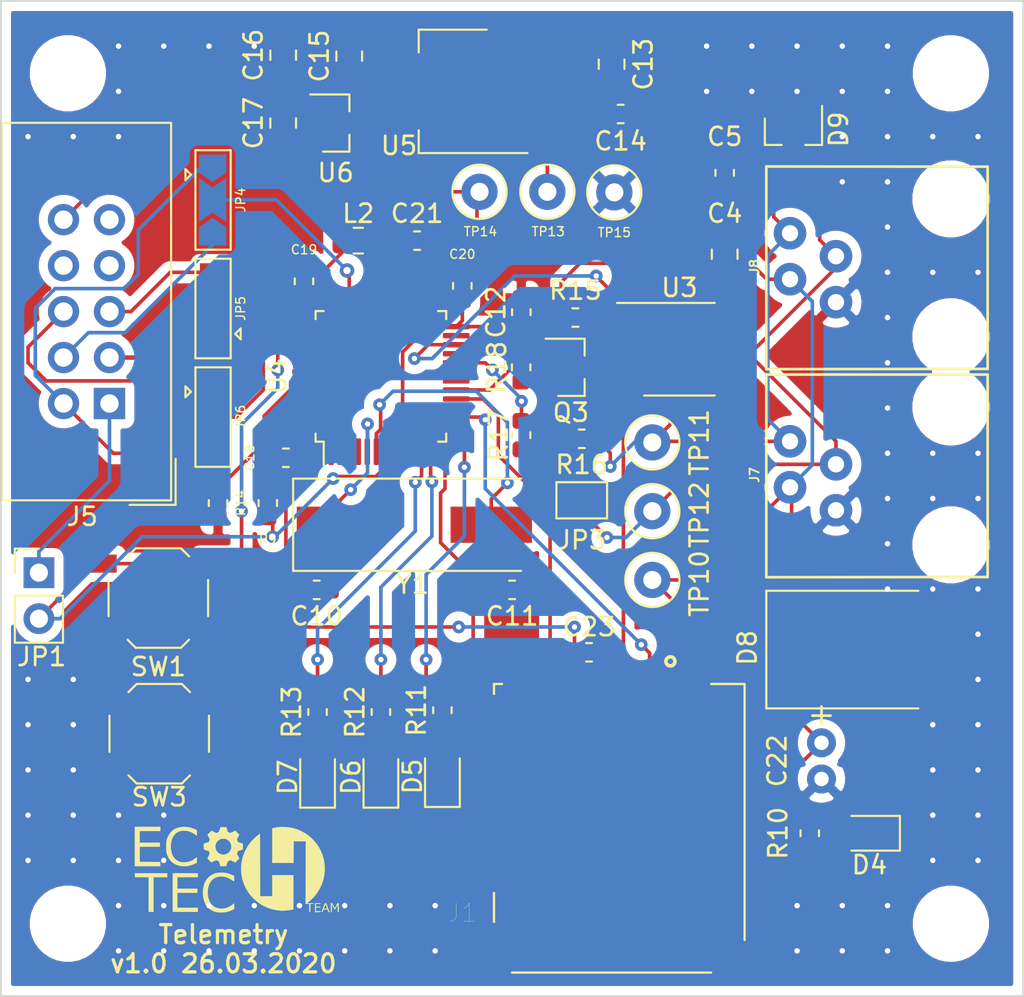
<source format=kicad_pcb>
(kicad_pcb (version 20171130) (host pcbnew 5.1.5-52549c5~86~ubuntu18.04.1)
  (layers (0 F.Cu signal) (31 B.Cu signal hide) (34 B.Paste user hide) (35 F.Paste user hide) (36 B.SilkS user) (37 F.SilkS user) (38 B.Mask user) (39 F.Mask user) (44 Edge.Cuts user))
  (net 0 "")
  (net 1 GND)
  (net 2 +12V)
  (net 3 "Net-(C10-Pad1)")
  (net 4 "Net-(C11-Pad1)")
  (net 5 +3V3)
  (net 6 +5V)
  (net 7 +3.3VA)
  (net 8 "Net-(D4-Pad2)")
  (net 9 "Net-(D5-Pad2)")
  (net 10 "Net-(D6-Pad2)")
  (net 11 "Net-(D7-Pad2)")
  (net 12 /B)
  (net 13 /A)
  (net 14 "Net-(J1-Pad1)")
  (net 15 /CS)
  (net 16 /MOSI)
  (net 17 /SCK)
  (net 18 /MISO)
  (net 19 "Net-(J1-Pad8)")
  (net 20 "Net-(J5-Pad9)")
  (net 21 "Net-(J5-Pad8)")
  (net 22 "Net-(J5-Pad7)")
  (net 23 /6)
  (net 24 "Net-(J5-Pad5)")
  (net 25 /4)
  (net 26 "Net-(J5-Pad3)")
  (net 27 /2)
  (net 28 "Net-(J5-Pad1)")
  (net 29 /RST)
  (net 30 "Net-(JP3-Pad1)")
  (net 31 /SWDIO)
  (net 32 /SWCLK)
  (net 33 "Net-(Q3-Pad3)")
  (net 34 /TX)
  (net 35 /LED1)
  (net 36 /LED2)
  (net 37 /LED3)
  (net 38 "Net-(R14-Pad1)")
  (net 39 "Net-(R17-Pad1)")
  (net 40 "Net-(SW3-Pad1)")
  (net 41 /RX)
  (net 42 "Net-(U4-Pad46)")
  (net 43 "Net-(U4-Pad45)")
  (net 44 "Net-(U4-Pad43)")
  (net 45 "Net-(U4-Pad42)")
  (net 46 "Net-(U4-Pad41)")
  (net 47 "Net-(U4-Pad40)")
  (net 48 "Net-(U4-Pad39)")
  (net 49 "Net-(U4-Pad33)")
  (net 50 "Net-(U4-Pad32)")
  (net 51 "Net-(U4-Pad31)")
  (net 52 "Net-(U4-Pad30)")
  (net 53 "Net-(U4-Pad29)")
  (net 54 "Net-(U4-Pad28)")
  (net 55 "Net-(U4-Pad27)")
  (net 56 "Net-(U4-Pad26)")
  (net 57 "Net-(U4-Pad25)")
  (net 58 "Net-(U4-Pad19)")
  (net 59 "Net-(U4-Pad18)")
  (net 60 "Net-(U4-Pad10)")
  (net 61 "Net-(U4-Pad4)")
  (net 62 "Net-(U4-Pad3)")
  (net 63 "Net-(U4-Pad2)")
  (net 64 "Net-(C23-Pad2)")
  (module Footprints:DM3AT-microSD (layer F.Cu) (at 137.25 138)
    (fp_text reference J1 (at -8.25 12.4) (layer F.SilkS) (effects (font (size 1.001528 1.001528) (thickness 0.015))))
    (fp_text value Micro_SD_Card)
    (pad 1 smd rect (at 3.2 0) (size 0.7 1.2) (layers F.Cu F.Paste F.Mask) (net 14 "Net-(J1-Pad1)"))
    (pad 2 smd rect (at 2.1 0) (size 0.7 1.2) (layers F.Cu F.Paste F.Mask) (net 15 /CS))
    (pad 3 smd rect (at 1 0) (size 0.7 1.2) (layers F.Cu F.Paste F.Mask) (net 16 /MOSI))
    (pad 4 smd rect (at -0.1 0) (size 0.7 1.2) (layers F.Cu F.Paste F.Mask) (net 64 "Net-(C23-Pad2)"))
    (pad 5 smd rect (at -1.2 0) (size 0.7 1.2) (layers F.Cu F.Paste F.Mask) (net 17 /SCK))
    (pad 6 smd rect (at -2.3 0) (size 0.7 1.2) (layers F.Cu F.Paste F.Mask) (net 1 GND))
    (pad 7 smd rect (at -3.4 0) (size 0.7 1.2) (layers F.Cu F.Paste F.Mask) (net 18 /MISO))
    (pad 8 smd rect (at -4.5 0) (size 0.7 1.2) (layers F.Cu F.Paste F.Mask) (net 19 "Net-(J1-Pad8)"))
    (pad SWB smd rect (at -5.45 0) (size 0.7 1.2) (layers F.Cu F.Paste F.Mask))
    (pad P4 smd rect (at 4.75 0) (size 1 1.2) (layers F.Cu F.Paste F.Mask))
    (pad P1 smd rect (at -6.4 4.3) (size 1 1.2) (layers F.Cu F.Paste F.Mask))
    (pad SWA smd rect (at -6.4 10.5) (size 1 0.8) (layers F.Cu F.Paste F.Mask))
    (pad P2 smd rect (at -6.4 14.65) (size 1 2.8) (layers F.Cu F.Paste F.Mask))
    (pad P3 smd rect (at 7.1 15.1) (size 1.3 1.9) (layers F.Cu F.Paste F.Mask))
  )
  (module Footprints:4P4C (layer F.Cu) (at 156 114.75 90)
    (fp_text reference J8 (at 0.05 -10.85 90) (layer F.SilkS) (effects (font (size 0.5 0.5) (thickness 0.1))))
    (fp_text value 4P4C)
    (pad "" np_thru_hole circle (at -3.81 0 90) (size 3.25 3.25) (drill 3.25) (layers *.Cu *.Mask))
    (pad "" np_thru_hole circle (at 3.81 0 90) (size 3.25 3.25) (drill 3.25) (layers *.Cu *.Mask))
    (pad 1 thru_hole circle (at -1.9 -6.35 90) (size 1.8 1.8) (drill 0.9) (layers *.Cu *.Mask) (net 1 GND))
    (pad 2 thru_hole circle (at -0.63 -8.89 90) (size 1.8 1.8) (drill 0.9) (layers *.Cu *.Mask) (net 2 +12V))
    (pad 4 thru_hole circle (at 1.91 -8.89 90) (size 1.8 1.8) (drill 0.9) (layers *.Cu *.Mask) (net 12 /B))
    (pad 3 thru_hole circle (at 0.64 -6.35 90) (size 1.8 1.8) (drill 0.9) (layers *.Cu *.Mask) (net 13 /A))
  )
  (module Footprints:4P4C (layer F.Cu) (at 156 126.25 90)
    (fp_text reference J7 (at 0.05 -10.85 90) (layer F.SilkS) (effects (font (size 0.5 0.5) (thickness 0.1))))
    (fp_text value 4P4C)
    (pad "" np_thru_hole circle (at -3.81 0 90) (size 3.25 3.25) (drill 3.25) (layers *.Cu *.Mask))
    (pad "" np_thru_hole circle (at 3.81 0 90) (size 3.25 3.25) (drill 3.25) (layers *.Cu *.Mask))
    (pad 1 thru_hole circle (at -1.9 -6.35 90) (size 1.8 1.8) (drill 0.9) (layers *.Cu *.Mask) (net 1 GND))
    (pad 2 thru_hole circle (at -0.63 -8.89 90) (size 1.8 1.8) (drill 0.9) (layers *.Cu *.Mask) (net 2 +12V))
    (pad 4 thru_hole circle (at 1.91 -8.89 90) (size 1.8 1.8) (drill 0.9) (layers *.Cu *.Mask) (net 12 /B))
    (pad 3 thru_hole circle (at 0.64 -6.35 90) (size 1.8 1.8) (drill 0.9) (layers *.Cu *.Mask) (net 13 /A))
  )
  (module Package_TO_SOT_SMD:SOT-23 (layer F.Cu) (at 147.3 107.2 270)
    (fp_text reference D9 (at -0.1 -2.5 90) (layer F.SilkS))
    (fp_text value SM712.TCT)
    (pad 3 smd rect (at 1 0 270) (size 0.9 0.8) (layers F.Cu F.Paste F.Mask) (net 1 GND))
    (pad 2 smd rect (at -1 0.95 270) (size 0.9 0.8) (layers F.Cu F.Paste F.Mask) (net 12 /B))
    (pad 1 smd rect (at -1 -0.95 270) (size 0.9 0.8) (layers F.Cu F.Paste F.Mask) (net 13 /A))
  )
  (module Package_SO:SOIC-8_3.9x4.9mm_P1.27mm (layer F.Cu) (at 141 119.25)
    (fp_text reference U3 (at 0 -3.4) (layer F.SilkS))
    (fp_text value MAX485E)
    (pad 8 smd roundrect (at 2.475 -1.905) (size 1.95 0.6) (layers F.Cu F.Paste F.Mask) (net 5 +3V3))
    (pad 7 smd roundrect (at 2.475 -0.635) (size 1.95 0.6) (layers F.Cu F.Paste F.Mask) (net 12 /B))
    (pad 6 smd roundrect (at 2.475 0.635) (size 1.95 0.6) (layers F.Cu F.Paste F.Mask) (net 13 /A))
    (pad 5 smd roundrect (at 2.475 1.905) (size 1.95 0.6) (layers F.Cu F.Paste F.Mask) (net 1 GND))
    (pad 4 smd roundrect (at -2.475 1.905) (size 1.95 0.6) (layers F.Cu F.Paste F.Mask) (net 34 /TX))
    (pad 3 smd roundrect (at -2.475 0.635) (size 1.95 0.6) (layers F.Cu F.Paste F.Mask) (net 33 "Net-(Q3-Pad3)"))
    (pad 2 smd roundrect (at -2.475 -0.635) (size 1.95 0.6) (layers F.Cu F.Paste F.Mask) (net 33 "Net-(Q3-Pad3)"))
    (pad 1 smd roundrect (at -2.475 -1.905) (size 1.95 0.6) (layers F.Cu F.Paste F.Mask) (net 41 /RX))
  )
  (module Footprints:Crystal_SMD_HC49-SD (layer F.Cu) (at 126.35 128.95)
    (fp_text reference Y1 (at -0.1 3.3) (layer F.SilkS))
    (fp_text value 8Mhz)
    (pad 2 smd rect (at 4.25 0) (size 4.5 2) (layers F.Cu F.Paste F.Mask) (net 4 "Net-(C11-Pad1)"))
    (pad 1 smd rect (at -4.25 0) (size 4.5 2) (layers F.Cu F.Paste F.Mask) (net 3 "Net-(C10-Pad1)"))
  )
  (module Package_TO_SOT_SMD:SOT-23 (layer F.Cu) (at 122 106.75)
    (fp_text reference U6 (at 0 2.75) (layer F.SilkS))
    (fp_text value MCP1700-3302E_SOT23)
    (pad 3 smd rect (at 1 0) (size 0.9 0.8) (layers F.Cu F.Paste F.Mask) (net 6 +5V))
    (pad 2 smd rect (at -1 0.95) (size 0.9 0.8) (layers F.Cu F.Paste F.Mask) (net 5 +3V3))
    (pad 1 smd rect (at -1 -0.95) (size 0.9 0.8) (layers F.Cu F.Paste F.Mask) (net 1 GND))
  )
  (module Package_TO_SOT_SMD:SOT-223-3_TabPin2 (layer F.Cu) (at 128.5 105 180)
    (fp_text reference U5 (at 3 -3) (layer F.SilkS))
    (fp_text value LD1117S50TR_SOT223)
    (pad 1 smd rect (at -3.15 -2.3 180) (size 2 1.5) (layers F.Cu F.Paste F.Mask) (net 1 GND))
    (pad 3 smd rect (at -3.15 2.3 180) (size 2 1.5) (layers F.Cu F.Paste F.Mask) (net 2 +12V))
    (pad 2 smd rect (at -3.15 0 180) (size 2 1.5) (layers F.Cu F.Paste F.Mask) (net 6 +5V))
    (pad 2 smd rect (at 3.15 0 180) (size 2 3.8) (layers F.Cu F.Paste F.Mask) (net 6 +5V))
  )
  (module Package_QFP:LQFP-48_7x7mm_P0.5mm (layer F.Cu) (at 124.5 120.75 90)
    (fp_text reference U4 (at 0 -5.75 270) (layer F.SilkS))
    (fp_text value STM32F103C8Tx)
    (pad 1 smd roundrect (at -4.1625 -2.75 90) (size 1.475 0.3) (layers F.Cu F.Paste F.Mask) (net 5 +3V3))
    (pad 2 smd roundrect (at -4.1625 -2.25 90) (size 1.475 0.3) (layers F.Cu F.Paste F.Mask) (net 63 "Net-(U4-Pad2)"))
    (pad 3 smd roundrect (at -4.1625 -1.75 90) (size 1.475 0.3) (layers F.Cu F.Paste F.Mask) (net 62 "Net-(U4-Pad3)"))
    (pad 4 smd roundrect (at -4.1625 -1.25 90) (size 1.475 0.3) (layers F.Cu F.Paste F.Mask) (net 61 "Net-(U4-Pad4)"))
    (pad 5 smd roundrect (at -4.1625 -0.75 90) (size 1.475 0.3) (layers F.Cu F.Paste F.Mask) (net 3 "Net-(C10-Pad1)"))
    (pad 6 smd roundrect (at -4.1625 -0.25 90) (size 1.475 0.3) (layers F.Cu F.Paste F.Mask) (net 4 "Net-(C11-Pad1)"))
    (pad 7 smd roundrect (at -4.1625 0.25 90) (size 1.475 0.3) (layers F.Cu F.Paste F.Mask) (net 29 /RST))
    (pad 8 smd roundrect (at -4.1625 0.75 90) (size 1.475 0.3) (layers F.Cu F.Paste F.Mask) (net 1 GND))
    (pad 9 smd roundrect (at -4.1625 1.25 90) (size 1.475 0.3) (layers F.Cu F.Paste F.Mask) (net 7 +3.3VA))
    (pad 10 smd roundrect (at -4.1625 1.75 90) (size 1.475 0.3) (layers F.Cu F.Paste F.Mask) (net 60 "Net-(U4-Pad10)"))
    (pad 11 smd roundrect (at -4.1625 2.25 90) (size 1.475 0.3) (layers F.Cu F.Paste F.Mask) (net 37 /LED3))
    (pad 12 smd roundrect (at -4.1625 2.75 90) (size 1.475 0.3) (layers F.Cu F.Paste F.Mask) (net 36 /LED2))
    (pad 13 smd roundrect (at -2.75 4.1625 90) (size 0.3 1.475) (layers F.Cu F.Paste F.Mask) (net 35 /LED1))
    (pad 14 smd roundrect (at -2.25 4.1625 90) (size 0.3 1.475) (layers F.Cu F.Paste F.Mask) (net 15 /CS))
    (pad 15 smd roundrect (at -1.75 4.1625 90) (size 0.3 1.475) (layers F.Cu F.Paste F.Mask) (net 17 /SCK))
    (pad 16 smd roundrect (at -1.25 4.1625 90) (size 0.3 1.475) (layers F.Cu F.Paste F.Mask) (net 18 /MISO))
    (pad 17 smd roundrect (at -0.75 4.1625 90) (size 0.3 1.475) (layers F.Cu F.Paste F.Mask) (net 16 /MOSI))
    (pad 18 smd roundrect (at -0.25 4.1625 90) (size 0.3 1.475) (layers F.Cu F.Paste F.Mask) (net 59 "Net-(U4-Pad18)"))
    (pad 19 smd roundrect (at 0.25 4.1625 90) (size 0.3 1.475) (layers F.Cu F.Paste F.Mask) (net 58 "Net-(U4-Pad19)"))
    (pad 20 smd roundrect (at 0.75 4.1625 90) (size 0.3 1.475) (layers F.Cu F.Paste F.Mask) (net 39 "Net-(R17-Pad1)"))
    (pad 21 smd roundrect (at 1.25 4.1625 90) (size 0.3 1.475) (layers F.Cu F.Paste F.Mask) (net 34 /TX))
    (pad 22 smd roundrect (at 1.75 4.1625 90) (size 0.3 1.475) (layers F.Cu F.Paste F.Mask) (net 41 /RX))
    (pad 23 smd roundrect (at 2.25 4.1625 90) (size 0.3 1.475) (layers F.Cu F.Paste F.Mask) (net 1 GND))
    (pad 24 smd roundrect (at 2.75 4.1625 90) (size 0.3 1.475) (layers F.Cu F.Paste F.Mask) (net 5 +3V3))
    (pad 25 smd roundrect (at 4.1625 2.75 90) (size 1.475 0.3) (layers F.Cu F.Paste F.Mask) (net 57 "Net-(U4-Pad25)"))
    (pad 26 smd roundrect (at 4.1625 2.25 90) (size 1.475 0.3) (layers F.Cu F.Paste F.Mask) (net 56 "Net-(U4-Pad26)"))
    (pad 27 smd roundrect (at 4.1625 1.75 90) (size 1.475 0.3) (layers F.Cu F.Paste F.Mask) (net 55 "Net-(U4-Pad27)"))
    (pad 28 smd roundrect (at 4.1625 1.25 90) (size 1.475 0.3) (layers F.Cu F.Paste F.Mask) (net 54 "Net-(U4-Pad28)"))
    (pad 29 smd roundrect (at 4.1625 0.75 90) (size 1.475 0.3) (layers F.Cu F.Paste F.Mask) (net 53 "Net-(U4-Pad29)"))
    (pad 30 smd roundrect (at 4.1625 0.25 90) (size 1.475 0.3) (layers F.Cu F.Paste F.Mask) (net 52 "Net-(U4-Pad30)"))
    (pad 31 smd roundrect (at 4.1625 -0.25 90) (size 1.475 0.3) (layers F.Cu F.Paste F.Mask) (net 51 "Net-(U4-Pad31)"))
    (pad 32 smd roundrect (at 4.1625 -0.75 90) (size 1.475 0.3) (layers F.Cu F.Paste F.Mask) (net 50 "Net-(U4-Pad32)"))
    (pad 33 smd roundrect (at 4.1625 -1.25 90) (size 1.475 0.3) (layers F.Cu F.Paste F.Mask) (net 49 "Net-(U4-Pad33)"))
    (pad 34 smd roundrect (at 4.1625 -1.75 90) (size 1.475 0.3) (layers F.Cu F.Paste F.Mask) (net 31 /SWDIO))
    (pad 35 smd roundrect (at 4.1625 -2.25 90) (size 1.475 0.3) (layers F.Cu F.Paste F.Mask) (net 1 GND))
    (pad 36 smd roundrect (at 4.1625 -2.75 90) (size 1.475 0.3) (layers F.Cu F.Paste F.Mask) (net 5 +3V3))
    (pad 37 smd roundrect (at 2.75 -4.1625 90) (size 0.3 1.475) (layers F.Cu F.Paste F.Mask) (net 32 /SWCLK))
    (pad 38 smd roundrect (at 2.25 -4.1625 90) (size 0.3 1.475) (layers F.Cu F.Paste F.Mask) (net 40 "Net-(SW3-Pad1)"))
    (pad 39 smd roundrect (at 1.75 -4.1625 90) (size 0.3 1.475) (layers F.Cu F.Paste F.Mask) (net 48 "Net-(U4-Pad39)"))
    (pad 40 smd roundrect (at 1.25 -4.1625 90) (size 0.3 1.475) (layers F.Cu F.Paste F.Mask) (net 47 "Net-(U4-Pad40)"))
    (pad 41 smd roundrect (at 0.75 -4.1625 90) (size 0.3 1.475) (layers F.Cu F.Paste F.Mask) (net 46 "Net-(U4-Pad41)"))
    (pad 42 smd roundrect (at 0.25 -4.1625 90) (size 0.3 1.475) (layers F.Cu F.Paste F.Mask) (net 45 "Net-(U4-Pad42)"))
    (pad 43 smd roundrect (at -0.25 -4.1625 90) (size 0.3 1.475) (layers F.Cu F.Paste F.Mask) (net 44 "Net-(U4-Pad43)"))
    (pad 44 smd roundrect (at -0.75 -4.1625 90) (size 0.3 1.475) (layers F.Cu F.Paste F.Mask) (net 38 "Net-(R14-Pad1)"))
    (pad 45 smd roundrect (at -1.25 -4.1625 90) (size 0.3 1.475) (layers F.Cu F.Paste F.Mask) (net 43 "Net-(U4-Pad45)"))
    (pad 46 smd roundrect (at -1.75 -4.1625 90) (size 0.3 1.475) (layers F.Cu F.Paste F.Mask) (net 42 "Net-(U4-Pad46)"))
    (pad 47 smd roundrect (at -2.25 -4.1625 90) (size 0.3 1.475) (layers F.Cu F.Paste F.Mask) (net 1 GND))
    (pad 48 smd roundrect (at -2.75 -4.1625 90) (size 0.3 1.475) (layers F.Cu F.Paste F.Mask) (net 5 +3V3))
  )
  (module TestPoint:TestPoint_Loop_D1.80mm_Drill1.0mm_Beaded (layer F.Cu) (at 137.4 110.58)
    (fp_text reference TP15 (at 0 2.22) (layer F.SilkS) (effects (font (size 0.5 0.5) (thickness 0.08))))
    (fp_text value TestPoint)
    (pad 1 thru_hole circle (at 0 0) (size 2 2) (drill 1) (layers *.Cu *.Mask) (net 1 GND))
  )
  (module TestPoint:TestPoint_Loop_D1.80mm_Drill1.0mm_Beaded (layer F.Cu) (at 129.95 110.55)
    (fp_text reference TP14 (at 0.05 2.2) (layer F.SilkS) (effects (font (size 0.5 0.5) (thickness 0.08))))
    (fp_text value TestPoint)
    (pad 1 thru_hole circle (at 0 0) (size 2 2) (drill 1) (layers *.Cu *.Mask) (net 5 +3V3))
  )
  (module TestPoint:TestPoint_Loop_D1.80mm_Drill1.0mm_Beaded (layer F.Cu) (at 133.7 110.55)
    (fp_text reference TP13 (at 0.05 2.2) (layer F.SilkS) (effects (font (size 0.5 0.5) (thickness 0.08))))
    (fp_text value TestPoint)
    (pad 1 thru_hole circle (at 0 0) (size 2 2) (drill 1) (layers *.Cu *.Mask) (net 6 +5V))
  )
  (module TestPoint:TestPoint_Loop_D1.80mm_Drill1.0mm_Beaded (layer F.Cu) (at 139.5 128.2)
    (fp_text reference TP12 (at 2.6 0.2 90) (layer F.SilkS))
    (fp_text value TestPoint)
    (pad 1 thru_hole circle (at 0 0) (size 2 2) (drill 1) (layers *.Cu *.Mask) (net 13 /A))
  )
  (module TestPoint:TestPoint_Loop_D1.80mm_Drill1.0mm_Beaded (layer F.Cu) (at 139.5 124.4)
    (fp_text reference TP11 (at 2.6 0 90) (layer F.SilkS))
    (fp_text value TestPoint)
    (pad 1 thru_hole circle (at 0 0) (size 2 2) (drill 1) (layers *.Cu *.Mask) (net 12 /B))
  )
  (module TestPoint:TestPoint_Loop_D1.80mm_Drill1.0mm_Beaded (layer F.Cu) (at 139.5 132)
    (fp_text reference TP10 (at 2.6 0.2 90) (layer F.SilkS))
    (fp_text value TestPoint)
    (pad 1 thru_hole circle (at 0 0) (size 2 2) (drill 1) (layers *.Cu *.Mask) (net 2 +12V))
  )
  (module Button_Switch_SMD:SW_SPST_TL3342 (layer F.Cu) (at 112.25 140.5)
    (fp_text reference SW3 (at 0 3.5) (layer F.SilkS))
    (fp_text value SW_Push)
    (pad 2 smd rect (at 3.15 1.9) (size 1.7 1) (layers F.Cu F.Paste F.Mask) (net 1 GND))
    (pad 2 smd rect (at -3.15 1.9) (size 1.7 1) (layers F.Cu F.Paste F.Mask) (net 1 GND))
    (pad 1 smd rect (at 3.15 -1.9) (size 1.7 1) (layers F.Cu F.Paste F.Mask) (net 40 "Net-(SW3-Pad1)"))
    (pad 1 smd rect (at -3.15 -1.9) (size 1.7 1) (layers F.Cu F.Paste F.Mask) (net 40 "Net-(SW3-Pad1)"))
  )
  (module Button_Switch_SMD:SW_SPST_TL3342 (layer F.Cu) (at 112.2 133 180)
    (fp_text reference SW1 (at 0 -3.8) (layer F.SilkS))
    (fp_text value SW_Push)
    (pad 2 smd rect (at 3.15 1.9 180) (size 1.7 1) (layers F.Cu F.Paste F.Mask) (net 29 /RST))
    (pad 2 smd rect (at -3.15 1.9 180) (size 1.7 1) (layers F.Cu F.Paste F.Mask) (net 29 /RST))
    (pad 1 smd rect (at 3.15 -1.9 180) (size 1.7 1) (layers F.Cu F.Paste F.Mask) (net 1 GND))
    (pad 1 smd rect (at -3.15 -1.9 180) (size 1.7 1) (layers F.Cu F.Paste F.Mask) (net 1 GND))
  )
  (module Resistor_SMD:R_0603_1608Metric (layer F.Cu) (at 132.25 120.25 270)
    (fp_text reference R18 (at 0 1.34 90) (layer F.SilkS))
    (fp_text value 10k)
    (pad 2 smd roundrect (at 0.7875 0 270) (size 0.875 0.95) (layers F.Cu F.Paste F.Mask) (net 1 GND))
    (pad 1 smd roundrect (at -0.7875 0 270) (size 0.875 0.95) (layers F.Cu F.Paste F.Mask) (net 34 /TX))
  )
  (module Resistor_SMD:R_0603_1608Metric (layer F.Cu) (at 132.25 124 270)
    (fp_text reference R17 (at 0 1.25 90) (layer F.SilkS))
    (fp_text value 100k)
    (pad 2 smd roundrect (at 0.7875 0 270) (size 0.875 0.95) (layers F.Cu F.Paste F.Mask) (net 1 GND))
    (pad 1 smd roundrect (at -0.7875 0 270) (size 0.875 0.95) (layers F.Cu F.Paste F.Mask) (net 39 "Net-(R17-Pad1)"))
  )
  (module Resistor_SMD:R_0603_1608Metric (layer F.Cu) (at 135.6 124.2 180)
    (fp_text reference R16 (at 0 -1.43) (layer F.SilkS))
    (fp_text value 120)
    (pad 2 smd roundrect (at 0.7875 0 180) (size 0.875 0.95) (layers F.Cu F.Paste F.Mask) (net 30 "Net-(JP3-Pad1)"))
    (pad 1 smd roundrect (at -0.7875 0 180) (size 0.875 0.95) (layers F.Cu F.Paste F.Mask) (net 12 /B))
  )
  (module Resistor_SMD:R_0603_1608Metric (layer F.Cu) (at 135.25 117.5)
    (fp_text reference R15 (at 0 -1.5) (layer F.SilkS))
    (fp_text value 10k)
    (pad 2 smd roundrect (at 0.7875 0) (size 0.875 0.95) (layers F.Cu F.Paste F.Mask) (net 33 "Net-(Q3-Pad3)"))
    (pad 1 smd roundrect (at -0.7875 0) (size 0.875 0.95) (layers F.Cu F.Paste F.Mask) (net 5 +3V3))
  )
  (module Resistor_SMD:R_0603_1608Metric (layer F.Cu) (at 115.5 127.75 270)
    (fp_text reference R14 (at 0 -1.25 90) (layer F.SilkS) (effects (font (size 0.5 0.5) (thickness 0.08))))
    (fp_text value 100k)
    (pad 2 smd roundrect (at 0.7875 0 270) (size 0.875 0.95) (layers F.Cu F.Paste F.Mask) (net 1 GND))
    (pad 1 smd roundrect (at -0.7875 0 270) (size 0.875 0.95) (layers F.Cu F.Paste F.Mask) (net 38 "Net-(R14-Pad1)"))
  )
  (module Resistor_SMD:R_0603_1608Metric (layer F.Cu) (at 121 139.3 90)
    (fp_text reference R13 (at 0 -1.43 90) (layer F.SilkS))
    (fp_text value 1k)
    (pad 2 smd roundrect (at 0.7875 0 90) (size 0.875 0.95) (layers F.Cu F.Paste F.Mask) (net 37 /LED3))
    (pad 1 smd roundrect (at -0.7875 0 90) (size 0.875 0.95) (layers F.Cu F.Paste F.Mask) (net 11 "Net-(D7-Pad2)"))
  )
  (module Resistor_SMD:R_0603_1608Metric (layer F.Cu) (at 124.5 139.3 90)
    (fp_text reference R12 (at 0 -1.43 90) (layer F.SilkS))
    (fp_text value 1k)
    (pad 2 smd roundrect (at 0.7875 0 90) (size 0.875 0.95) (layers F.Cu F.Paste F.Mask) (net 36 /LED2))
    (pad 1 smd roundrect (at -0.7875 0 90) (size 0.875 0.95) (layers F.Cu F.Paste F.Mask) (net 10 "Net-(D6-Pad2)"))
  )
  (module Resistor_SMD:R_0603_1608Metric (layer F.Cu) (at 127.9 139.2 90)
    (fp_text reference R11 (at 0 -1.43 90) (layer F.SilkS))
    (fp_text value 1k)
    (pad 2 smd roundrect (at 0.7875 0 90) (size 0.875 0.95) (layers F.Cu F.Paste F.Mask) (net 35 /LED1))
    (pad 1 smd roundrect (at -0.7875 0 90) (size 0.875 0.95) (layers F.Cu F.Paste F.Mask) (net 9 "Net-(D5-Pad2)"))
  )
  (module Resistor_SMD:R_0603_1608Metric (layer F.Cu) (at 148.2 146 270)
    (fp_text reference R10 (at 0 1.75 90) (layer F.SilkS))
    (fp_text value 10k)
    (pad 2 smd roundrect (at 0.7875 0 270) (size 0.875 0.95) (layers F.Cu F.Paste F.Mask) (net 8 "Net-(D4-Pad2)"))
    (pad 1 smd roundrect (at -0.7875 0 270) (size 0.875 0.95) (layers F.Cu F.Paste F.Mask) (net 2 +12V))
  )
  (module Resistor_SMD:R_0603_1608Metric (layer F.Cu) (at 118.25 127.75 90)
    (fp_text reference R9 (at -2 0 180) (layer F.SilkS) (effects (font (size 0.5 0.5) (thickness 0.08))))
    (fp_text value 10k)
    (pad 2 smd roundrect (at 0.7875 0 90) (size 0.875 0.95) (layers F.Cu F.Paste F.Mask) (net 5 +3V3))
    (pad 1 smd roundrect (at -0.7875 0 90) (size 0.875 0.95) (layers F.Cu F.Paste F.Mask) (net 29 /RST))
  )
  (module Package_TO_SOT_SMD:SOT-23 (layer F.Cu) (at 135 120.25)
    (fp_text reference Q3 (at 0 2.5) (layer F.SilkS))
    (fp_text value Q_NMOS_GSD)
    (pad 3 smd rect (at 1 0) (size 0.9 0.8) (layers F.Cu F.Paste F.Mask) (net 33 "Net-(Q3-Pad3)"))
    (pad 2 smd rect (at -1 0.95) (size 0.9 0.8) (layers F.Cu F.Paste F.Mask) (net 1 GND))
    (pad 1 smd rect (at -1 -0.95) (size 0.9 0.8) (layers F.Cu F.Paste F.Mask) (net 34 /TX))
  )
  (module Inductor_SMD:L_0805_2012Metric (layer F.Cu) (at 123.25 113.25)
    (fp_text reference L2 (at 0 -1.5) (layer F.SilkS))
    (fp_text value 10u)
    (pad 2 smd roundrect (at 0.9375 0) (size 0.975 1.4) (layers F.Cu F.Paste F.Mask) (net 7 +3.3VA))
    (pad 1 smd roundrect (at -0.9375 0) (size 0.975 1.4) (layers F.Cu F.Paste F.Mask) (net 5 +3V3))
  )
  (module Jumper:SolderJumper-3_P2.0mm_Open_TrianglePad1.0x1.5mm (layer F.Cu) (at 115.2 123 270)
    (fp_text reference JP6 (at 0 -1.55 90) (layer F.SilkS) (effects (font (size 0.5 0.5) (thickness 0.08))))
    (fp_text value SolderJumper_3_Open)
    (pad 3 smd custom (at 2 0 90) (size 0.3 0.3) (layers F.Cu F.Mask) (net 27 /2) (options (clearance outline) (anchor rect)) (primitives (gr_poly (pts (xy -0.5 -0.75) (xy 0.5 -0.75) (xy 1 0) (xy 0.5 0.75) (xy -0.5 0.75)) (width 0))))
    (pad 2 smd custom (at 0 0 270) (size 0.3 0.3) (layers F.Cu) (net 32 /SWCLK) (options (clearance outline) (anchor rect)) (primitives (gr_poly (pts (xy -1.2 -0.75) (xy 1.2 -0.75) (xy 0.7 0) (xy 1.2 0.75) (xy -1.2 0.75) (xy -0.7 0)) (width 0))))
    (pad 1 smd custom (at -2 0 270) (size 0.3 0.3) (layers F.Cu F.Mask) (net 23 /6) (options (clearance outline) (anchor rect)) (primitives (gr_poly (pts (xy -0.5 -0.75) (xy 0.5 -0.75) (xy 1 0) (xy 0.5 0.75) (xy -0.5 0.75)) (width 0))))
  )
  (module Jumper:SolderJumper-3_P2.0mm_Open_TrianglePad1.0x1.5mm (layer F.Cu) (at 115.25 117 90)
    (fp_text reference JP5 (at 0 1.5 90) (layer F.SilkS) (effects (font (size 0.5 0.5) (thickness 0.08))))
    (fp_text value SolderJumper_3_Open)
    (pad 3 smd custom (at 2 0 270) (size 0.3 0.3) (layers F.Cu F.Mask) (net 24 "Net-(J5-Pad5)") (options (clearance outline) (anchor rect)) (primitives (gr_poly (pts (xy -0.5 -0.75) (xy 0.5 -0.75) (xy 1 0) (xy 0.5 0.75) (xy -0.5 0.75)) (width 0))))
    (pad 2 smd custom (at 0 0 90) (size 0.3 0.3) (layers F.Cu) (net 1 GND) (options (clearance outline) (anchor rect)) (primitives (gr_poly (pts (xy -1.2 -0.75) (xy 1.2 -0.75) (xy 0.7 0) (xy 1.2 0.75) (xy -1.2 0.75) (xy -0.7 0)) (width 0))))
    (pad 1 smd custom (at -2 0 90) (size 0.3 0.3) (layers F.Cu F.Mask) (net 26 "Net-(J5-Pad3)") (options (clearance outline) (anchor rect)) (primitives (gr_poly (pts (xy -0.5 -0.75) (xy 0.5 -0.75) (xy 1 0) (xy 0.5 0.75) (xy -0.5 0.75)) (width 0))))
  )
  (module Jumper:SolderJumper-3_P2.0mm_Open_TrianglePad1.0x1.5mm (layer F.Cu) (at 115.2 111 270)
    (fp_text reference JP4 (at 0 -1.55 90) (layer F.SilkS) (effects (font (size 0.5 0.5) (thickness 0.08))))
    (fp_text value SolderJumper_3_Open)
    (pad 3 smd custom (at 2 0 90) (size 0.3 0.3) (layers B.Cu F.Mask) (net 25 /4) (options (clearance outline) (anchor rect)) (primitives (gr_poly (pts (xy -0.5 -0.75) (xy 0.5 -0.75) (xy 1 0) (xy 0.5 0.75) (xy -0.5 0.75)) (width 0))))
    (pad 2 smd custom (at 0 0 270) (size 0.3 0.3) (layers B.Cu) (net 31 /SWDIO) (options (clearance outline) (anchor rect)) (primitives (gr_poly (pts (xy -1.2 -0.75) (xy 1.2 -0.75) (xy 0.7 0) (xy 1.2 0.75) (xy -1.2 0.75) (xy -0.7 0)) (width 0))))
    (pad 1 smd custom (at -2 0 270) (size 0.3 0.3) (layers B.Cu F.Mask) (net 27 /2) (options (clearance outline) (anchor rect)) (primitives (gr_poly (pts (xy -0.5 -0.75) (xy 0.5 -0.75) (xy 1 0) (xy 0.5 0.75) (xy -0.5 0.75)) (width 0))))
  )
  (module Jumper:SolderJumper-2_P1.3mm_Open_TrianglePad1.0x1.5mm (layer F.Cu) (at 135.6 127.6)
    (fp_text reference JP3 (at 0 2.2) (layer F.SilkS))
    (fp_text value Jumper_NO_Small)
    (pad 1 smd custom (at -0.725 0) (size 0.3 0.3) (layers F.Cu F.Mask) (net 30 "Net-(JP3-Pad1)") (options (clearance outline) (anchor rect)) (primitives (gr_poly (pts (xy -0.5 -0.75) (xy 0.5 -0.75) (xy 1 0) (xy 0.5 0.75) (xy -0.5 0.75)) (width 0))))
    (pad 2 smd custom (at 0.725 0) (size 0.3 0.3) (layers F.Cu F.Mask) (net 13 /A) (options (clearance outline) (anchor rect)) (primitives (gr_poly (pts (xy -0.65 -0.75) (xy 0.5 -0.75) (xy 0.5 0.75) (xy -0.65 0.75) (xy -0.15 0)) (width 0))))
  )
  (module Connector_PinHeader_2.54mm:PinHeader_1x02_P2.54mm_Vertical (layer F.Cu) (at 105.6 131.6)
    (fp_text reference JP1 (at 0.15 4.65) (layer F.SilkS))
    (fp_text value Jumper_NO_Small)
    (pad 2 thru_hole oval (at 0 2.54) (size 1.7 1.7) (drill 1) (layers *.Cu *.Mask) (net 29 /RST))
    (pad 1 thru_hole rect (at 0 0) (size 1.7 1.7) (drill 1) (layers *.Cu *.Mask) (net 28 "Net-(J5-Pad1)"))
  )
  (module Connector_IDC:IDC-Header_2x05_P2.54mm_Vertical (layer F.Cu) (at 109.5 122.25 180)
    (fp_text reference J5 (at 1.5 -6.25 180) (layer F.SilkS))
    (fp_text value Conn_02x05_Odd_Even)
    (pad 10 thru_hole oval (at 2.54 10.16 180) (size 1.7272 1.7272) (drill 1.016) (layers *.Cu *.Mask) (net 6 +5V))
    (pad 9 thru_hole oval (at 0 10.16 180) (size 1.7272 1.7272) (drill 1.016) (layers *.Cu *.Mask) (net 20 "Net-(J5-Pad9)"))
    (pad 8 thru_hole oval (at 2.54 7.62 180) (size 1.7272 1.7272) (drill 1.016) (layers *.Cu *.Mask) (net 21 "Net-(J5-Pad8)"))
    (pad 7 thru_hole oval (at 0 7.62 180) (size 1.7272 1.7272) (drill 1.016) (layers *.Cu *.Mask) (net 22 "Net-(J5-Pad7)"))
    (pad 6 thru_hole oval (at 2.54 5.08 180) (size 1.7272 1.7272) (drill 1.016) (layers *.Cu *.Mask) (net 23 /6))
    (pad 5 thru_hole oval (at 0 5.08 180) (size 1.7272 1.7272) (drill 1.016) (layers *.Cu *.Mask) (net 24 "Net-(J5-Pad5)"))
    (pad 4 thru_hole oval (at 2.54 2.54 180) (size 1.7272 1.7272) (drill 1.016) (layers *.Cu *.Mask) (net 25 /4))
    (pad 3 thru_hole oval (at 0 2.54 180) (size 1.7272 1.7272) (drill 1.016) (layers *.Cu *.Mask) (net 26 "Net-(J5-Pad3)"))
    (pad 2 thru_hole oval (at 2.54 0 180) (size 1.7272 1.7272) (drill 1.016) (layers *.Cu *.Mask) (net 27 /2))
    (pad 1 thru_hole rect (at 0 0 180) (size 1.7272 1.7272) (drill 1.016) (layers *.Cu *.Mask) (net 28 "Net-(J5-Pad1)"))
  )
  (module MountingHole:MountingHole_3.2mm_M3 (layer F.Cu) (at 156 104)
    (fp_text reference H4 hide)
    (fp_text value MountingHole)
    (pad 1 np_thru_hole circle (at 0 0) (size 3.2 3.2) (drill 3.2) (layers *.Cu *.Mask))
  )
  (module MountingHole:MountingHole_3.2mm_M3 (layer F.Cu) (at 107.2 104)
    (fp_text reference H3 hide)
    (fp_text value MountingHole)
    (pad 1 np_thru_hole circle (at 0 0) (size 3.2 3.2) (drill 3.2) (layers *.Cu *.Mask))
  )
  (module MountingHole:MountingHole_3.2mm_M3 (layer F.Cu) (at 107.2 151)
    (fp_text reference H2 hide)
    (fp_text value MountingHole)
    (pad 1 np_thru_hole circle (at 0 0) (size 3.2 3.2) (drill 3.2) (layers *.Cu *.Mask))
  )
  (module MountingHole:MountingHole_3.2mm_M3 (layer F.Cu) (at 156 151)
    (fp_text reference H1 hide)
    (fp_text value MountingHole)
    (pad 1 np_thru_hole circle (at 0 0) (size 3.2 3.2) (drill 3.2) (layers *.Cu *.Mask))
  )
  (module Footprints:EcoTech (layer F.Cu) (at 116.25 148.25)
    (fp_text reference G1 hide)
    (fp_text value "EchoTech Team" hide)
  )
  (module Diode_SMD:D_SMC (layer F.Cu) (at 150.6 135.85)
    (fp_text reference D8 (at -5.85 -0.1 90) (layer F.SilkS))
    (fp_text value D_TVS_ALT)
    (pad 2 smd rect (at 3.4 0 90) (size 3.3 2.5) (layers F.Cu F.Paste F.Mask) (net 1 GND))
    (pad 1 smd rect (at -3.4 0 90) (size 3.3 2.5) (layers F.Cu F.Paste F.Mask) (net 2 +12V))
  )
  (module LED_SMD:LED_0805_2012Metric (layer F.Cu) (at 121 142.9 90)
    (fp_text reference D7 (at 0 -1.65 90) (layer F.SilkS))
    (fp_text value GREEN)
    (pad 2 smd roundrect (at 0.9375 0 90) (size 0.975 1.4) (layers F.Cu F.Paste F.Mask) (net 11 "Net-(D7-Pad2)"))
    (pad 1 smd roundrect (at -0.9375 0 90) (size 0.975 1.4) (layers F.Cu F.Paste F.Mask) (net 1 GND))
  )
  (module LED_SMD:LED_0805_2012Metric (layer F.Cu) (at 124.5 142.9 90)
    (fp_text reference D6 (at 0 -1.65 90) (layer F.SilkS))
    (fp_text value GREEN)
    (pad 2 smd roundrect (at 0.9375 0 90) (size 0.975 1.4) (layers F.Cu F.Paste F.Mask) (net 10 "Net-(D6-Pad2)"))
    (pad 1 smd roundrect (at -0.9375 0 90) (size 0.975 1.4) (layers F.Cu F.Paste F.Mask) (net 1 GND))
  )
  (module LED_SMD:LED_0805_2012Metric (layer F.Cu) (at 127.9 142.862 90)
    (fp_text reference D5 (at 0 -1.65 90) (layer F.SilkS))
    (fp_text value GREEN)
    (pad 2 smd roundrect (at 0.9375 0 90) (size 0.975 1.4) (layers F.Cu F.Paste F.Mask) (net 9 "Net-(D5-Pad2)"))
    (pad 1 smd roundrect (at -0.9375 0 90) (size 0.975 1.4) (layers F.Cu F.Paste F.Mask) (net 1 GND))
  )
  (module LED_SMD:LED_0805_2012Metric (layer F.Cu) (at 151.5 146 180)
    (fp_text reference D4 (at 0 -1.75) (layer F.SilkS))
    (fp_text value GREEN)
    (pad 2 smd roundrect (at 0.9375 0 180) (size 0.975 1.4) (layers F.Cu F.Paste F.Mask) (net 8 "Net-(D4-Pad2)"))
    (pad 1 smd roundrect (at -0.9375 0 180) (size 0.975 1.4) (layers F.Cu F.Paste F.Mask) (net 1 GND))
  )
  (module Footprints:C_Radial_D5.0mm_H11.0mm_P2.00mm (layer F.Cu) (at 148.85 141 270)
    (fp_text reference C22 (at 1 2.45 90) (layer F.SilkS))
    (fp_text value 100u)
    (pad 2 thru_hole circle (at 2 0 270) (size 1.6 1.6) (drill 0.8) (layers *.Cu *.Mask) (net 1 GND))
    (pad 1 thru_hole circle (at 0 0 270) (size 1.6 1.6) (drill 0.8) (layers *.Cu *.Mask) (net 2 +12V))
  )
  (module Capacitor_SMD:C_0603_1608Metric (layer F.Cu) (at 126.5 113.25)
    (fp_text reference C21 (at 0 -1.5) (layer F.SilkS))
    (fp_text value 100n)
    (pad 2 smd roundrect (at 0.7875 0) (size 0.875 0.95) (layers F.Cu F.Paste F.Mask) (net 1 GND))
    (pad 1 smd roundrect (at -0.7875 0) (size 0.875 0.95) (layers F.Cu F.Paste F.Mask) (net 7 +3.3VA))
  )
  (module Capacitor_SMD:C_0603_1608Metric (layer F.Cu) (at 129 115.75 90)
    (fp_text reference C20 (at 1.75 0 180) (layer F.SilkS) (effects (font (size 0.5 0.5) (thickness 0.08))))
    (fp_text value 100n)
    (pad 2 smd roundrect (at 0.7875 0 90) (size 0.875 0.95) (layers F.Cu F.Paste F.Mask) (net 1 GND))
    (pad 1 smd roundrect (at -0.7875 0 90) (size 0.875 0.95) (layers F.Cu F.Paste F.Mask) (net 5 +3V3))
  )
  (module Capacitor_SMD:C_0603_1608Metric (layer F.Cu) (at 120.25 115.5 90)
    (fp_text reference C19 (at 1.75 0 180) (layer F.SilkS) (effects (font (size 0.5 0.5) (thickness 0.08))))
    (fp_text value 100n)
    (pad 2 smd roundrect (at 0.7875 0 90) (size 0.875 0.95) (layers F.Cu F.Paste F.Mask) (net 1 GND))
    (pad 1 smd roundrect (at -0.7875 0 90) (size 0.875 0.95) (layers F.Cu F.Paste F.Mask) (net 5 +3V3))
  )
  (module Capacitor_SMD:C_0603_1608Metric (layer F.Cu) (at 119.25 125.25 180)
    (fp_text reference C18 (at 2 0 270) (layer F.SilkS) (effects (font (size 0.5 0.5) (thickness 0.08))))
    (fp_text value 100n)
    (pad 2 smd roundrect (at 0.7875 0 180) (size 0.875 0.95) (layers F.Cu F.Paste F.Mask) (net 1 GND))
    (pad 1 smd roundrect (at -0.7875 0 180) (size 0.875 0.95) (layers F.Cu F.Paste F.Mask) (net 5 +3V3))
  )
  (module Capacitor_SMD:C_0805_2012Metric (layer F.Cu) (at 119.1 106.75 90)
    (fp_text reference C17 (at 0 -1.65 90) (layer F.SilkS))
    (fp_text value 1u)
    (pad 2 smd roundrect (at 0.9375 0 90) (size 0.975 1.4) (layers F.Cu F.Paste F.Mask) (net 1 GND))
    (pad 1 smd roundrect (at -0.9375 0 90) (size 0.975 1.4) (layers F.Cu F.Paste F.Mask) (net 5 +3V3))
  )
  (module Capacitor_SMD:C_0805_2012Metric (layer F.Cu) (at 119.1 103 90)
    (fp_text reference C16 (at 0 -1.65 90) (layer F.SilkS))
    (fp_text value 1u)
    (pad 2 smd roundrect (at 0.9375 0 90) (size 0.975 1.4) (layers F.Cu F.Paste F.Mask) (net 1 GND))
    (pad 1 smd roundrect (at -0.9375 0 90) (size 0.975 1.4) (layers F.Cu F.Paste F.Mask) (net 6 +5V))
  )
  (module Capacitor_SMD:C_0805_2012Metric (layer F.Cu) (at 122.75 103.05 90)
    (fp_text reference C15 (at 0 -1.65 90) (layer F.SilkS))
    (fp_text value 10u)
    (pad 2 smd roundrect (at 0.9375 0 90) (size 0.975 1.4) (layers F.Cu F.Paste F.Mask) (net 1 GND))
    (pad 1 smd roundrect (at -0.9375 0 90) (size 0.975 1.4) (layers F.Cu F.Paste F.Mask) (net 6 +5V))
  )
  (module Capacitor_SMD:C_0603_1608Metric (layer F.Cu) (at 137.75 106.25 180)
    (fp_text reference C14 (at 0 -1.5) (layer F.SilkS))
    (fp_text value 100n)
    (pad 2 smd roundrect (at 0.7875 0 180) (size 0.875 0.95) (layers F.Cu F.Paste F.Mask) (net 1 GND))
    (pad 1 smd roundrect (at -0.7875 0 180) (size 0.875 0.95) (layers F.Cu F.Paste F.Mask) (net 2 +12V))
  )
  (module Capacitor_SMD:C_0805_2012Metric (layer F.Cu) (at 137.25 103.5 90)
    (fp_text reference C13 (at 0 1.75 90) (layer F.SilkS))
    (fp_text value 10u)
    (pad 2 smd roundrect (at 0.9375 0 90) (size 0.975 1.4) (layers F.Cu F.Paste F.Mask) (net 1 GND))
    (pad 1 smd roundrect (at -0.9375 0 90) (size 0.975 1.4) (layers F.Cu F.Paste F.Mask) (net 2 +12V))
  )
  (module Capacitor_SMD:C_0603_1608Metric (layer F.Cu) (at 132.26 117.2 90)
    (fp_text reference C12 (at 0 -1.4 270) (layer F.SilkS))
    (fp_text value 100n)
    (pad 2 smd roundrect (at 0.7875 0 90) (size 0.875 0.95) (layers F.Cu F.Paste F.Mask) (net 1 GND))
    (pad 1 smd roundrect (at -0.7875 0 90) (size 0.875 0.95) (layers F.Cu F.Paste F.Mask) (net 5 +3V3))
  )
  (module Capacitor_SMD:C_0603_1608Metric (layer F.Cu) (at 131.75 132.55)
    (fp_text reference C11 (at 0 1.45) (layer F.SilkS))
    (fp_text value 22p)
    (pad 2 smd roundrect (at 0.7875 0) (size 0.875 0.95) (layers F.Cu F.Paste F.Mask) (net 1 GND))
    (pad 1 smd roundrect (at -0.7875 0) (size 0.875 0.95) (layers F.Cu F.Paste F.Mask) (net 4 "Net-(C11-Pad1)"))
  )
  (module Capacitor_SMD:C_0603_1608Metric (layer F.Cu) (at 120.95 132.55 180)
    (fp_text reference C10 (at 0 -1.45) (layer F.SilkS))
    (fp_text value 22p)
    (pad 2 smd roundrect (at 0.7875 0 180) (size 0.875 0.95) (layers F.Cu F.Paste F.Mask) (net 1 GND))
    (pad 1 smd roundrect (at -0.7875 0 180) (size 0.875 0.95) (layers F.Cu F.Paste F.Mask) (net 3 "Net-(C10-Pad1)"))
  )
  (module Capacitor_SMD:C_0603_1608Metric (layer F.Cu) (at 143.5 109.5 90)
    (fp_text reference C5 (at 2 0 180) (layer F.SilkS))
    (fp_text value 100n)
    (pad 2 smd roundrect (at 0.7875 0 90) (size 0.875 0.95) (layers F.Cu F.Paste F.Mask) (net 1 GND))
    (pad 1 smd roundrect (at -0.7875 0 90) (size 0.875 0.95) (layers F.Cu F.Paste F.Mask) (net 2 +12V))
  )
  (module Capacitor_SMD:C_0805_2012Metric (layer F.Cu) (at 143.5 114 270)
    (fp_text reference C4 (at -2.25 0 180) (layer F.SilkS))
    (fp_text value 10u)
    (pad 2 smd roundrect (at 0.9375 0 270) (size 0.975 1.4) (layers F.Cu F.Paste F.Mask) (net 1 GND))
    (pad 1 smd roundrect (at -0.9375 0 270) (size 0.975 1.4) (layers F.Cu F.Paste F.Mask) (net 2 +12V))
  )
  (module Capacitor_SMD:C_0603_1608Metric (layer F.Cu) (at 136 136)
    (fp_text reference C23 (at 0 -1.4) (layer F.SilkS))
    (fp_text value 100n)
    (pad 1 smd roundrect (at -0.7875 0) (size 0.875 0.95) (layers F.Cu F.Paste F.Mask) (net 5 +3V3))
    (pad 2 smd roundrect (at 0.7875 0) (size 0.875 0.95) (layers F.Cu F.Paste F.Mask) (net 64 "Net-(C23-Pad2)"))
  )
  (gr_line (start 160 100) (end 160 155) (layer Edge.Cuts) (width 0.1))
  (gr_line (start 103.5 100) (end 160 100) (layer Edge.Cuts) (width 0.1))
  (gr_line (start 103.5 155) (end 103.5 100) (layer Edge.Cuts) (width 0.1))
  (gr_line (start 160 155) (end 103.5 155) (layer Edge.Cuts) (width 0.1))
  (gr_text "Telemetry\nv1.0 26.03.2020" (at 115.8 152.4) (layer F.SilkS) (effects (font (size 1 1) (thickness 0.18))))
  (via (at 147.5 150) (size 0.7) (drill 0.3) (layers F.Cu B.Cu) (net 1))
  (via (at 147.5 152.5) (size 0.7) (drill 0.3) (layers F.Cu B.Cu) (net 1))
  (via (at 157.5 135) (size 0.7) (layers F.Cu B.Cu) (net 1))
  (via (at 157.5 137.5) (size 0.7) (layers F.Cu B.Cu) (net 1))
  (via (at 155 140) (size 0.7) (layers F.Cu B.Cu) (net 1))
  (via (at 155 142.5) (size 0.7) (layers F.Cu B.Cu) (net 1))
  (via (at 157.5 145) (size 0.7) (layers F.Cu B.Cu) (net 1))
  (via (at 155 145) (size 0.7) (layers F.Cu B.Cu) (net 1))
  (via (at 155 147.5) (size 0.7) (layers F.Cu B.Cu) (net 1))
  (via (at 157.5 147.5) (size 0.7) (layers F.Cu B.Cu) (net 1))
  (via (at 107.5 137.5) (size 0.7) (layers F.Cu B.Cu) (net 1))
  (via (at 107.5 140) (size 0.7) (layers F.Cu B.Cu) (net 1))
  (via (at 107.5 142.5) (size 0.7) (layers F.Cu B.Cu) (net 1))
  (via (at 107.5 145) (size 0.7) (layers F.Cu B.Cu) (net 1))
  (via (at 107.5 147.5) (size 0.7) (layers F.Cu B.Cu) (net 1))
  (via (at 110 147.5) (size 0.7) (layers F.Cu B.Cu) (net 1))
  (via (at 110 150) (size 0.7) (layers F.Cu B.Cu) (net 1))
  (via (at 112.5 150) (size 0.7) (layers F.Cu B.Cu) (net 1))
  (via (at 115 150) (size 0.7) (layers F.Cu B.Cu) (net 1))
  (via (at 117.5 150) (size 0.7) (layers F.Cu B.Cu) (net 1))
  (via (at 120 150) (size 0.7) (layers F.Cu B.Cu) (net 1))
  (via (at 122.5 150) (size 0.7) (layers F.Cu B.Cu) (net 1))
  (via (at 125 150) (size 0.7) (layers F.Cu B.Cu) (net 1))
  (via (at 127.5 150) (size 0.7) (layers F.Cu B.Cu) (net 1))
  (via (at 127.5 152.5) (size 0.7) (layers F.Cu B.Cu) (net 1))
  (via (at 125 152.5) (size 0.7) (layers F.Cu B.Cu) (net 1))
  (via (at 122.5 152.5) (size 0.7) (layers F.Cu B.Cu) (net 1))
  (via (at 120 152.5) (size 0.7) (layers F.Cu B.Cu) (net 1))
  (via (at 117.5 152.5) (size 0.7) (layers F.Cu B.Cu) (net 1))
  (via (at 115 152.5) (size 0.7) (layers F.Cu B.Cu) (net 1))
  (via (at 112.5 152.5) (size 0.7) (layers F.Cu B.Cu) (net 1))
  (via (at 110 152.5) (size 0.7) (layers F.Cu B.Cu) (net 1))
  (via (at 105 147.5) (size 0.7) (layers F.Cu B.Cu) (net 1))
  (via (at 105 145) (size 0.7) (layers F.Cu B.Cu) (net 1))
  (via (at 105 142.5) (size 0.7) (layers F.Cu B.Cu) (net 1))
  (via (at 105 140) (size 0.7) (layers F.Cu B.Cu) (net 1))
  (via (at 105 137.5) (size 0.7) (layers F.Cu B.Cu) (net 1))
  (via (at 110 105) (size 0.7) (layers F.Cu B.Cu) (net 1))
  (via (at 110 102.5) (size 0.7) (layers F.Cu B.Cu) (net 1))
  (via (at 150 107.5) (size 0.7) (layers F.Cu B.Cu) (net 1))
  (via (at 150 105) (size 0.7) (layers F.Cu B.Cu) (net 1))
  (via (at 147.5 105) (size 0.7) (layers F.Cu B.Cu) (net 1))
  (via (at 145 105) (size 0.7) (layers F.Cu B.Cu) (net 1))
  (via (at 142.5 105) (size 0.7) (layers F.Cu B.Cu) (net 1))
  (via (at 152.5 107.5) (size 0.7) (layers F.Cu B.Cu) (net 1))
  (via (at 152.5 105) (size 0.7) (layers F.Cu B.Cu) (net 1))
  (via (at 152.5 102.5) (size 0.7) (layers F.Cu B.Cu) (net 1))
  (via (at 150 102.5) (size 0.7) (layers F.Cu B.Cu) (net 1))
  (via (at 147.5 102.5) (size 0.7) (layers F.Cu B.Cu) (net 1))
  (via (at 145 102.5) (size 0.7) (layers F.Cu B.Cu) (net 1))
  (via (at 142.5 102.5) (size 0.7) (layers F.Cu B.Cu) (net 1))
  (via (at 115 102.5) (size 0.7) (layers F.Cu B.Cu) (net 1))
  (via (at 112.5 102.5) (size 0.7) (layers F.Cu B.Cu) (net 1))
  (via (at 157.5 142.5) (size 0.7) (layers F.Cu B.Cu) (net 1))
  (via (at 157.5 140) (size 0.7) (layers F.Cu B.Cu) (net 1))
  (via (at 110 107.5) (size 0.7) (drill 0.3) (layers F.Cu B.Cu) (net 1))
  (via (at 107.5 107.5) (size 0.7) (drill 0.3) (layers F.Cu B.Cu) (net 1))
  (via (at 117.5 102.5) (size 0.7) (drill 0.3) (layers F.Cu B.Cu) (net 1))
  (via (at 105 107.5) (size 0.7) (drill 0.3) (layers F.Cu B.Cu) (net 1))
  (via (at 152.5 150) (size 0.7) (drill 0.3) (layers F.Cu B.Cu) (net 1))
  (via (at 152.5 152.5) (size 0.7) (drill 0.3) (layers F.Cu B.Cu) (net 1))
  (via (at 150 152.5) (size 0.7) (drill 0.3) (layers F.Cu B.Cu) (net 1))
  (via (at 150 150) (size 0.7) (drill 0.3) (layers F.Cu B.Cu) (net 1))
  (via (at 110 145) (size 0.7) (drill 0.3) (layers F.Cu B.Cu) (net 1))
  (via (at 112.5 145) (size 0.7) (drill 0.3) (layers F.Cu B.Cu) (net 1))
  (via (at 112.5 147.5) (size 0.7) (drill 0.3) (layers F.Cu B.Cu) (net 1))
  (via (at 152.5 110) (size 0.7) (drill 0.3) (layers F.Cu B.Cu) (net 1))
  (via (at 152.5 112.5) (size 0.7) (drill 0.3) (layers F.Cu B.Cu) (net 1))
  (via (at 152.5 115) (size 0.7) (drill 0.3) (layers F.Cu B.Cu) (net 1))
  (via (at 152.5 117.5) (size 0.7) (drill 0.3) (layers F.Cu B.Cu) (net 1))
  (via (at 152.5 120) (size 0.7) (drill 0.3) (layers F.Cu B.Cu) (net 1))
  (via (at 152.5 122.5) (size 0.7) (drill 0.3) (layers F.Cu B.Cu) (net 1))
  (via (at 152.5 127.5) (size 0.7) (drill 0.3) (layers F.Cu B.Cu) (net 1))
  (via (at 152.5 125) (size 0.7) (drill 0.3) (layers F.Cu B.Cu) (net 1))
  (via (at 152.5 130) (size 0.7) (drill 0.3) (layers F.Cu B.Cu) (net 1))
  (via (at 155 115) (size 0.7) (drill 0.3) (layers F.Cu B.Cu) (net 1))
  (via (at 157.5 115) (size 0.7) (drill 0.3) (layers F.Cu B.Cu) (net 1))
  (via (at 155 107.5) (size 0.7) (drill 0.3) (layers F.Cu B.Cu) (net 1))
  (via (at 157.5 107.5) (size 0.7) (drill 0.3) (layers F.Cu B.Cu) (net 1))
  (via (at 155 125) (size 0.7) (drill 0.3) (layers F.Cu B.Cu) (net 1))
  (via (at 157.5 125) (size 0.7) (drill 0.3) (layers F.Cu B.Cu) (net 1))
  (via (at 155 127.5) (size 0.7) (drill 0.3) (layers F.Cu B.Cu) (net 1))
  (via (at 157.5 127.5) (size 0.7) (drill 0.3) (layers F.Cu B.Cu) (net 1))
  (via (at 152.5 132.5) (size 0.7) (drill 0.3) (layers F.Cu B.Cu) (net 1))
  (via (at 155 132.5) (size 0.7) (drill 0.3) (layers F.Cu B.Cu) (net 1))
  (via (at 157.5 132.5) (size 0.7) (drill 0.3) (layers F.Cu B.Cu) (net 1))
  (via (at 150 110) (size 0.7) (drill 0.3) (layers F.Cu B.Cu) (net 1))
  (segment (start 147.11 115.38) (end 146.7296 115.7604) (width 0.2) (layer F.Cu) (net 2))
  (segment (start 147.11 126.88) (end 143.35 130.64) (width 0.2) (layer F.Cu) (net 2))
  (segment (start 148.85 141) (end 149.3 140.55) (width 0.2) (layer F.Cu) (net 2))
  (segment (start 138.5375 106.25) (end 138.5375 105.725) (width 0.2) (layer F.Cu) (net 2))
  (segment (start 138.5375 105.725) (end 137.25 104.4375) (width 0.2) (layer F.Cu) (net 2))
  (segment (start 147.11 126.88) (end 148.3424 125.6476) (width 0.2) (layer B.Cu) (net 2))
  (segment (start 148.3424 125.6476) (end 148.3424 116.6124) (width 0.2) (layer B.Cu) (net 2))
  (segment (start 148.3424 116.6124) (end 147.11 115.38) (width 0.2) (layer B.Cu) (net 2))
  (segment (start 141.99 132) (end 143.35 130.64) (width 0.2) (layer F.Cu) (net 2))
  (segment (start 139.5 132) (end 141.99 132) (width 0.2) (layer F.Cu) (net 2))
  (segment (start 143.35 135.85) (end 139.5 132) (width 0.2) (layer F.Cu) (net 2))
  (segment (start 147.2 135.85) (end 143.35 135.85) (width 0.2) (layer F.Cu) (net 2))
  (segment (start 137.25 104.4375) (end 135.7375 104.4375) (width 0.2) (layer F.Cu) (net 2))
  (segment (start 134 102.7) (end 131.65 102.7) (width 0.2) (layer F.Cu) (net 2))
  (segment (start 135.7375 104.4375) (end 134 102.7) (width 0.2) (layer F.Cu) (net 2))
  (segment (start 142.575 110.2875) (end 143.5 110.2875) (width 0.2) (layer F.Cu) (net 2))
  (segment (start 138.5375 106.25) (end 142.575 110.2875) (width 0.2) (layer F.Cu) (net 2))
  (segment (start 143.5 113.0625) (end 143.5 110.2875) (width 0.2) (layer F.Cu) (net 2))
  (segment (start 145.8175 115.38) (end 143.5 113.0625) (width 0.2) (layer F.Cu) (net 2))
  (segment (start 147.11 115.38) (end 145.8175 115.38) (width 0.2) (layer F.Cu) (net 2))
  (segment (start 147.2 126.97) (end 147.11 126.88) (width 0.2) (layer F.Cu) (net 2))
  (segment (start 147.2 135.85) (end 147.2 126.97) (width 0.2) (layer F.Cu) (net 2))
  (segment (start 148.2 145.2125) (end 147.725 145.2125) (width 0.2) (layer F.Cu) (net 2))
  (segment (start 148.2 144.775) (end 147.4 143.975) (width 0.2) (layer F.Cu) (net 2))
  (segment (start 148.2 145.2125) (end 148.2 144.775) (width 0.2) (layer F.Cu) (net 2))
  (segment (start 147.4 142.45) (end 148.85 141) (width 0.2) (layer F.Cu) (net 2))
  (segment (start 147.4 143.975) (end 147.4 142.45) (width 0.2) (layer F.Cu) (net 2))
  (segment (start 147.2 139.35) (end 147.2 135.85) (width 0.2) (layer F.Cu) (net 2))
  (segment (start 148.85 141) (end 147.2 139.35) (width 0.2) (layer F.Cu) (net 2))
  (segment (start 123.7611 123.3792) (end 123.7611 126.0797) (width 0.2) (layer B.Cu) (net 3))
  (segment (start 123.7611 126.0797) (end 122.8302 127.0106) (width 0.2) (layer B.Cu) (net 3))
  (segment (start 123.75 124.9125) (end 123.7611 124.9014) (width 0.2) (layer F.Cu) (net 3))
  (segment (start 123.7611 124.9014) (end 123.7611 123.3792) (width 0.2) (layer F.Cu) (net 3))
  (via (at 122.8302 127.0106) (size 0.7) (drill 0.3) (layers F.Cu B.Cu) (net 3))
  (via (at 123.7611 123.3792) (size 0.7) (drill 0.3) (layers F.Cu B.Cu) (net 3))
  (segment (start 122.1 127.7408) (end 122.8302 127.0106) (width 0.2) (layer F.Cu) (net 3))
  (segment (start 122.1 128.95) (end 122.1 127.7408) (width 0.2) (layer F.Cu) (net 3))
  (segment (start 122.1 132.1875) (end 121.7375 132.55) (width 0.2) (layer F.Cu) (net 3))
  (segment (start 122.1 128.95) (end 122.1 132.1875) (width 0.2) (layer F.Cu) (net 3))
  (segment (start 124.25 124.9125) (end 124.25 123.9161) (width 0.2) (layer F.Cu) (net 4))
  (segment (start 124.25 123.9161) (end 124.4864 123.6797) (width 0.2) (layer F.Cu) (net 4))
  (segment (start 124.4864 123.6797) (end 124.4864 122.3747) (width 0.2) (layer F.Cu) (net 4))
  (segment (start 124.4864 122.3747) (end 124.4268 122.3151) (width 0.2) (layer F.Cu) (net 4))
  (segment (start 131.4921 126.6364) (end 130.6 127.5285) (width 0.2) (layer F.Cu) (net 4))
  (segment (start 130.6 127.5285) (end 130.6 128.95) (width 0.2) (layer F.Cu) (net 4))
  (segment (start 124.4268 122.3151) (end 125.1707 121.5712) (width 0.2) (layer B.Cu) (net 4))
  (segment (start 125.1707 121.5712) (end 129.7728 121.5712) (width 0.2) (layer B.Cu) (net 4))
  (segment (start 129.7728 121.5712) (end 131.4921 123.2905) (width 0.2) (layer B.Cu) (net 4))
  (segment (start 131.4921 123.2905) (end 131.4921 126.6364) (width 0.2) (layer B.Cu) (net 4))
  (segment (start 130.6 128.95) (end 130.6 130.2753) (width 0.2) (layer F.Cu) (net 4))
  (segment (start 130.9625 132.55) (end 130.9625 130.6378) (width 0.2) (layer F.Cu) (net 4))
  (segment (start 130.9625 130.6378) (end 130.6 130.2753) (width 0.2) (layer F.Cu) (net 4))
  (via (at 131.4921 126.6364) (size 0.7) (drill 0.3) (layers F.Cu B.Cu) (net 4))
  (via (at 124.4268 122.3151) (size 0.7) (drill 0.3) (layers F.Cu B.Cu) (net 4))
  (segment (start 121.6255 116.463) (end 121.75 116.5875) (width 0.2) (layer F.Cu) (net 5))
  (segment (start 121.6138 116.4513) (end 121.6255 116.463) (width 0.2) (layer F.Cu) (net 5))
  (segment (start 121.5904 116.4279) (end 121.6138 116.4513) (width 0.2) (layer F.Cu) (net 5))
  (segment (start 121.5436 116.3811) (end 121.5904 116.4279) (width 0.2) (layer F.Cu) (net 5))
  (segment (start 120.25 116.2875) (end 121.45 116.2875) (width 0.2) (layer F.Cu) (net 5))
  (segment (start 121.45 116.2875) (end 121.5436 116.3811) (width 0.2) (layer F.Cu) (net 5))
  (segment (start 121.4063 124.5688) (end 121.75 124.9125) (width 0.25) (layer F.Cu) (net 5))
  (segment (start 120.3375 123.5) (end 121.4063 124.5688) (width 0.25) (layer F.Cu) (net 5))
  (segment (start 129.8101 111.3253) (end 129.8101 110.6899) (width 0.2) (layer F.Cu) (net 5))
  (segment (start 129.8101 110.6899) (end 129.95 110.55) (width 0.2) (layer F.Cu) (net 5))
  (segment (start 129 116.5375) (end 129.8101 115.7274) (width 0.2) (layer F.Cu) (net 5))
  (segment (start 129.8101 115.7274) (end 129.8101 111.3253) (width 0.2) (layer F.Cu) (net 5))
  (segment (start 129.1625 116.7) (end 129 116.5375) (width 0.2) (layer F.Cu) (net 5))
  (segment (start 120.0375 125.25) (end 121.4125 125.25) (width 0.25) (layer F.Cu) (net 5))
  (segment (start 121.4125 125.25) (end 121.75 124.9125) (width 0.25) (layer F.Cu) (net 5))
  (segment (start 121 107.7) (end 120.2247 107.7) (width 0.2) (layer F.Cu) (net 5))
  (segment (start 119.1 107.694) (end 120.2187 107.694) (width 0.2) (layer F.Cu) (net 5))
  (segment (start 120.2187 107.694) (end 120.2247 107.7) (width 0.2) (layer F.Cu) (net 5))
  (segment (start 119.1 107.694) (end 119.1 107.688) (width 0.2) (layer F.Cu) (net 5))
  (segment (start 119.1 107.7) (end 119.1 107.694) (width 0.2) (layer F.Cu) (net 5))
  (segment (start 119.1 107.688) (end 119.1 107.6875) (width 0.2) (layer F.Cu) (net 5))
  (segment (start 129 117.6625) (end 128.6625 118) (width 0.2) (layer F.Cu) (net 5))
  (segment (start 129 116.5375) (end 129 117.6625) (width 0.2) (layer F.Cu) (net 5))
  (segment (start 121.65 107.7) (end 121 107.7) (width 0.2) (layer F.Cu) (net 5))
  (segment (start 122.3125 108.3625) (end 121.65 107.7) (width 0.2) (layer F.Cu) (net 5))
  (segment (start 122.3125 113.25) (end 122.3125 108.3625) (width 0.2) (layer F.Cu) (net 5))
  (segment (start 125.0125 110.55) (end 122.3125 113.25) (width 0.2) (layer F.Cu) (net 5))
  (segment (start 129.95 110.55) (end 125.0125 110.55) (width 0.2) (layer F.Cu) (net 5))
  (segment (start 120.25 116.0125) (end 120.25 116.2875) (width 0.2) (layer F.Cu) (net 5))
  (segment (start 122.3125 113.95) (end 120.25 116.0125) (width 0.2) (layer F.Cu) (net 5))
  (segment (start 122.3125 113.25) (end 122.3125 113.95) (width 0.2) (layer F.Cu) (net 5))
  (segment (start 119.25 133.75) (end 119.25 127.4875) (width 0.2) (layer F.Cu) (net 5))
  (segment (start 126.1685 134.6011) (end 120.1011 134.6011) (width 0.2) (layer F.Cu) (net 5))
  (segment (start 120.1011 134.6011) (end 119.25 133.75) (width 0.2) (layer F.Cu) (net 5))
  (segment (start 119.25 127.4875) (end 118.725 126.9625) (width 0.2) (layer F.Cu) (net 5))
  (segment (start 118.725 126.9625) (end 118.25 126.9625) (width 0.2) (layer F.Cu) (net 5))
  (segment (start 118.8 126.9625) (end 118.725 126.9625) (width 0.2) (layer F.Cu) (net 5))
  (segment (start 120.0375 125.725) (end 118.8 126.9625) (width 0.2) (layer F.Cu) (net 5))
  (segment (start 120.0375 125.25) (end 120.0375 125.725) (width 0.2) (layer F.Cu) (net 5))
  (segment (start 121.75 124.175) (end 121.75 124.9125) (width 0.2) (layer F.Cu) (net 5))
  (segment (start 121.75 124.144654) (end 121.75 124.175) (width 0.2) (layer F.Cu) (net 5))
  (segment (start 121.81211 117.572611) (end 121.81211 124.082544) (width 0.2) (layer F.Cu) (net 5))
  (segment (start 121.75 117.510501) (end 121.81211 117.572611) (width 0.2) (layer F.Cu) (net 5))
  (segment (start 121.81211 124.082544) (end 121.75 124.144654) (width 0.2) (layer F.Cu) (net 5))
  (segment (start 121.75 116.5875) (end 121.75 117.510501) (width 0.2) (layer F.Cu) (net 5))
  (segment (start 132.1875 118) (end 132.2 117.9875) (width 0.2) (layer F.Cu) (net 5))
  (segment (start 133.5525 117.9875) (end 133.97 117.57) (width 0.2) (layer F.Cu) (net 5))
  (segment (start 134.025 117.5) (end 134.4625 117.5) (width 0.2) (layer F.Cu) (net 5))
  (segment (start 133.97 117.555) (end 134.025 117.5) (width 0.2) (layer F.Cu) (net 5))
  (segment (start 133.97 117.57) (end 133.97 117.555) (width 0.2) (layer F.Cu) (net 5))
  (segment (start 133.5525 117.9875) (end 132.26 117.9875) (width 0.2) (layer F.Cu) (net 5))
  (segment (start 132.2475 118) (end 132.26 117.9875) (width 0.2) (layer F.Cu) (net 5))
  (segment (start 128.6625 118) (end 132.2475 118) (width 0.2) (layer F.Cu) (net 5))
  (segment (start 140.63 114.5) (end 143.475 117.345) (width 0.2) (layer F.Cu) (net 5))
  (segment (start 140.63 114.5) (end 135.5 114.5) (width 0.2) (layer F.Cu) (net 5))
  (segment (start 134.4625 115.5375) (end 134.4625 117.5) (width 0.2) (layer F.Cu) (net 5))
  (segment (start 135.5 114.5) (end 134.4625 115.5375) (width 0.2) (layer F.Cu) (net 5))
  (via (at 128.8 134.6) (size 0.7) (drill 0.3) (layers F.Cu B.Cu) (net 5))
  (segment (start 135.2 134.6) (end 135.2 134.6) (width 0.2) (layer B.Cu) (net 5))
  (via (at 135.2 134.6) (size 0.7) (drill 0.3) (layers F.Cu B.Cu) (net 5))
  (segment (start 135.2 135.9875) (end 135.2125 136) (width 0.2) (layer F.Cu) (net 5))
  (segment (start 135.2 134.6) (end 135.2 135.9875) (width 0.2) (layer F.Cu) (net 5))
  (segment (start 126.1696 134.6) (end 128.8 134.6) (width 0.2) (layer F.Cu) (net 5))
  (segment (start 126.1685 134.6011) (end 126.1696 134.6) (width 0.2) (layer F.Cu) (net 5))
  (segment (start 130.8 134.6) (end 135.2 134.6) (width 0.2) (layer B.Cu) (net 5))
  (segment (start 128.8 134.6) (end 130.8 134.6) (width 0.2) (layer B.Cu) (net 5))
  (segment (start 131.65 105) (end 131.65 105.5376) (width 0.2) (layer F.Cu) (net 6))
  (segment (start 125.35 105) (end 125.35 104.5002) (width 0.2) (layer F.Cu) (net 6))
  (segment (start 119.1 103.9375) (end 119.15 103.9875) (width 0.2) (layer F.Cu) (net 6))
  (segment (start 119.15 103.9875) (end 122.75 103.9875) (width 0.2) (layer F.Cu) (net 6))
  (segment (start 115.1125 103.9375) (end 106.96 112.09) (width 0.2) (layer F.Cu) (net 6))
  (segment (start 119.1 103.9375) (end 115.1125 103.9375) (width 0.2) (layer F.Cu) (net 6))
  (segment (start 123 106.15) (end 123 106.75) (width 0.2) (layer F.Cu) (net 6))
  (segment (start 124.15 105) (end 123 106.15) (width 0.2) (layer F.Cu) (net 6))
  (segment (start 125.35 105) (end 124.15 105) (width 0.2) (layer F.Cu) (net 6))
  (segment (start 125.35 105) (end 125.35 104.85) (width 0.2) (layer F.Cu) (net 6))
  (segment (start 124.4875 103.9875) (end 122.75 103.9875) (width 0.2) (layer F.Cu) (net 6))
  (segment (start 125.35 104.85) (end 124.4875 103.9875) (width 0.2) (layer F.Cu) (net 6))
  (segment (start 133.1 105) (end 131.65 105) (width 0.2) (layer F.Cu) (net 6))
  (segment (start 133.7 110.55) (end 133.7 105.6) (width 0.2) (layer F.Cu) (net 6))
  (segment (start 133.7 105.6) (end 133.1 105) (width 0.2) (layer F.Cu) (net 6))
  (segment (start 131.65 105) (end 125.35 105) (width 0.2) (layer F.Cu) (net 6))
  (segment (start 124.1875 113.25) (end 125.7125 113.25) (width 0.2) (layer F.Cu) (net 7))
  (segment (start 125.75 124.175) (end 125.75 124.9125) (width 0.2) (layer F.Cu) (net 7))
  (segment (start 125.7125 113.25) (end 125.7125 113.725) (width 0.2) (layer F.Cu) (net 7))
  (segment (start 128 116.0125) (end 128 117.105346) (width 0.2) (layer F.Cu) (net 7))
  (segment (start 125.701399 124.126399) (end 125.75 124.175) (width 0.2) (layer F.Cu) (net 7))
  (segment (start 128 117.105346) (end 125.701399 119.403947) (width 0.2) (layer F.Cu) (net 7))
  (segment (start 125.7125 113.725) (end 128 116.0125) (width 0.2) (layer F.Cu) (net 7))
  (segment (start 125.701399 119.403947) (end 125.701399 124.126399) (width 0.2) (layer F.Cu) (net 7))
  (segment (start 149.775 146.7875) (end 150.5625 146) (width 0.2) (layer F.Cu) (net 8))
  (segment (start 148.2 146.7875) (end 149.775 146.7875) (width 0.2) (layer F.Cu) (net 8))
  (segment (start 127.9 141.9245) (end 127.9 139.9875) (width 0.2) (layer F.Cu) (net 9))
  (segment (start 124.5 141.9625) (end 124.5 140.0875) (width 0.2) (layer F.Cu) (net 10))
  (segment (start 121 141.9625) (end 121 140.0875) (width 0.2) (layer F.Cu) (net 11))
  (segment (start 147.11 112.84) (end 145.8846 114.0654) (width 0.2) (layer B.Cu) (net 12))
  (segment (start 145.8846 114.0654) (end 145.8846 123.1146) (width 0.2) (layer B.Cu) (net 12))
  (segment (start 145.8846 123.1146) (end 147.11 124.34) (width 0.2) (layer B.Cu) (net 12))
  (segment (start 142.1346 124.34) (end 139.56 124.34) (width 0.2) (layer F.Cu) (net 12))
  (segment (start 139.56 124.34) (end 139.5 124.4) (width 0.2) (layer F.Cu) (net 12))
  (segment (start 147.11 124.34) (end 142.1346 124.34) (width 0.2) (layer F.Cu) (net 12))
  (segment (start 143.0171 118.615) (end 143.475 118.615) (width 0.2) (layer F.Cu) (net 12))
  (segment (start 137.1768 125.7299) (end 138.5067 124.4) (width 0.2) (layer B.Cu) (net 12))
  (segment (start 138.5067 124.4) (end 139.5 124.4) (width 0.2) (layer B.Cu) (net 12))
  (segment (start 136.3875 124.2) (end 137.1767 124.9892) (width 0.2) (layer F.Cu) (net 12))
  (segment (start 137.1767 124.9892) (end 137.1767 125.7299) (width 0.2) (layer F.Cu) (net 12))
  (segment (start 137.1767 125.7299) (end 137.1768 125.7299) (width 0.2) (layer F.Cu) (net 12))
  (via (at 137.1768 125.7299) (size 0.7) (drill 0.3) (layers F.Cu B.Cu) (net 12))
  (segment (start 140.499999 120.615001) (end 142.5 118.615) (width 0.2) (layer F.Cu) (net 12))
  (segment (start 142.5 118.615) (end 143.475 118.615) (width 0.2) (layer F.Cu) (net 12))
  (segment (start 140.499999 123.400001) (end 140.499999 120.615001) (width 0.2) (layer F.Cu) (net 12))
  (segment (start 139.5 124.4) (end 140.499999 123.400001) (width 0.2) (layer F.Cu) (net 12))
  (segment (start 146.210001 106.339999) (end 146.35 106.2) (width 0.2) (layer F.Cu) (net 12))
  (segment (start 146.210001 111.940001) (end 146.210001 106.339999) (width 0.2) (layer F.Cu) (net 12))
  (segment (start 147.11 112.84) (end 146.210001 111.940001) (width 0.2) (layer F.Cu) (net 12))
  (segment (start 144.3881 119.885) (end 143.475 119.885) (width 0.2) (layer F.Cu) (net 13))
  (segment (start 148.353 125.61) (end 142.09 125.61) (width 0.2) (layer F.Cu) (net 13))
  (segment (start 142.09 125.61) (end 139.5 128.2) (width 0.2) (layer F.Cu) (net 13))
  (segment (start 149.65 125.61) (end 148.353 125.61) (width 0.2) (layer F.Cu) (net 13))
  (segment (start 136.9913 129.6529) (end 138.0471 129.6529) (width 0.2) (layer B.Cu) (net 13))
  (segment (start 138.0471 129.6529) (end 139.5 128.2) (width 0.2) (layer B.Cu) (net 13))
  (segment (start 136.325 127.6) (end 136.325 128.9866) (width 0.2) (layer F.Cu) (net 13))
  (segment (start 136.325 128.9866) (end 136.9913 129.6529) (width 0.2) (layer F.Cu) (net 13))
  (via (at 136.9913 129.6529) (size 0.7) (drill 0.3) (layers F.Cu B.Cu) (net 13))
  (segment (start 149.65 124.337208) (end 145.197792 119.885) (width 0.2) (layer F.Cu) (net 13))
  (segment (start 145.197792 119.885) (end 144.45 119.885) (width 0.2) (layer F.Cu) (net 13))
  (segment (start 149.65 125.61) (end 149.65 124.337208) (width 0.2) (layer F.Cu) (net 13))
  (segment (start 144.45 119.885) (end 143.475 119.885) (width 0.2) (layer F.Cu) (net 13))
  (segment (start 149.65 114.75) (end 149.65 114.11) (width 0.2) (layer F.Cu) (net 13))
  (segment (start 145 119.4) (end 149.65 114.75) (width 0.2) (layer F.Cu) (net 13))
  (segment (start 143.475 119.885) (end 143.96 119.4) (width 0.2) (layer F.Cu) (net 13))
  (segment (start 143.96 119.4) (end 145 119.4) (width 0.2) (layer F.Cu) (net 13))
  (segment (start 148.750001 107.350001) (end 148.25 106.85) (width 0.2) (layer F.Cu) (net 13))
  (segment (start 148.750001 113.210001) (end 148.750001 107.350001) (width 0.2) (layer F.Cu) (net 13))
  (segment (start 148.25 106.85) (end 148.25 106.2) (width 0.2) (layer F.Cu) (net 13))
  (segment (start 149.65 114.11) (end 148.750001 113.210001) (width 0.2) (layer F.Cu) (net 13))
  (segment (start 130.2662 123.1462) (end 130.12 123) (width 0.2) (layer F.Cu) (net 15))
  (segment (start 130.12 123) (end 128.6625 123) (width 0.2) (layer F.Cu) (net 15))
  (segment (start 138.8908 135.577) (end 130.2662 126.9524) (width 0.2) (layer B.Cu) (net 15))
  (segment (start 130.2662 126.9524) (end 130.2662 123.1462) (width 0.2) (layer B.Cu) (net 15))
  (segment (start 139.35 138) (end 139.35 136.0362) (width 0.2) (layer F.Cu) (net 15))
  (segment (start 139.35 136.0362) (end 138.8908 135.577) (width 0.2) (layer F.Cu) (net 15))
  (via (at 130.2662 123.1462) (size 0.7) (drill 0.3) (layers F.Cu B.Cu) (net 15))
  (via (at 138.8908 135.577) (size 0.7) (drill 0.3) (layers F.Cu B.Cu) (net 15))
  (segment (start 131.7614 120.25) (end 134.386 120.25) (width 0.2) (layer F.Cu) (net 16))
  (segment (start 134.386 120.25) (end 137.9021 123.7661) (width 0.2) (layer F.Cu) (net 16))
  (segment (start 137.9021 123.7661) (end 137.9021 136.7268) (width 0.2) (layer F.Cu) (net 16))
  (segment (start 137.9021 136.7268) (end 138.25 137.0747) (width 0.2) (layer F.Cu) (net 16))
  (segment (start 138.25 138) (end 138.25 137.0747) (width 0.2) (layer F.Cu) (net 16))
  (segment (start 130.5114 121.5) (end 128.6625 121.5) (width 0.2) (layer F.Cu) (net 16))
  (segment (start 131.7614 120.25) (end 130.5114 121.5) (width 0.2) (layer F.Cu) (net 16))
  (segment (start 128.6382 122.5244) (end 128.6382 122.5243) (width 0.2) (layer F.Cu) (net 17))
  (segment (start 127.8294 122.5244) (end 128.6382 122.5244) (width 0.2) (layer F.Cu) (net 17))
  (segment (start 128.0444 124.4028) (end 127.5599 123.9183) (width 0.2) (layer F.Cu) (net 17))
  (segment (start 127.5599 122.7939) (end 127.8294 122.5244) (width 0.2) (layer F.Cu) (net 17))
  (segment (start 136.05 138.8) (end 135.86491 138.98509) (width 0.2) (layer F.Cu) (net 17))
  (segment (start 136.05 138) (end 136.05 138.8) (width 0.2) (layer F.Cu) (net 17))
  (segment (start 128.6382 122.5243) (end 128.6625 122.5) (width 0.2) (layer F.Cu) (net 17))
  (segment (start 127.5599 123.9183) (end 127.5599 122.7939) (width 0.2) (layer F.Cu) (net 17))
  (segment (start 135.86491 138.98509) (end 131.118188 138.98509) (width 0.2) (layer F.Cu) (net 17))
  (segment (start 131.118188 138.98509) (end 129.6 137.466902) (width 0.2) (layer F.Cu) (net 17))
  (segment (start 129.6 131.740002) (end 127.8 129.940002) (width 0.2) (layer F.Cu) (net 17))
  (segment (start 129.6 137.466902) (end 129.6 131.740002) (width 0.2) (layer F.Cu) (net 17))
  (segment (start 127.8 129.940002) (end 127.8 127.2) (width 0.2) (layer F.Cu) (net 17))
  (segment (start 128.0444 126.9556) (end 128.0444 124.4028) (width 0.2) (layer F.Cu) (net 17))
  (segment (start 127.8 127.2) (end 128.0444 126.9556) (width 0.2) (layer F.Cu) (net 17))
  (segment (start 133.85 138) (end 133.85 127.9685) (width 0.2) (layer F.Cu) (net 18))
  (segment (start 133.85 127.9685) (end 130.9915 125.11) (width 0.2) (layer F.Cu) (net 18))
  (segment (start 130.9915 125.11) (end 130.9915 122.8457) (width 0.2) (layer F.Cu) (net 18))
  (segment (start 130.9915 122.8457) (end 130.1458 122) (width 0.2) (layer F.Cu) (net 18))
  (segment (start 130.1458 122) (end 128.6625 122) (width 0.2) (layer F.Cu) (net 18))
  (segment (start 115.2 121) (end 106 121) (width 0.2) (layer F.Cu) (net 23))
  (segment (start 106 121) (end 105 120) (width 0.2) (layer F.Cu) (net 23))
  (segment (start 105 119.13) (end 106.96 117.17) (width 0.2) (layer F.Cu) (net 23))
  (segment (start 105 120) (end 105 119.13) (width 0.2) (layer F.Cu) (net 23))
  (segment (start 109.5 117.17) (end 110.6889 117.17) (width 0.2) (layer F.Cu) (net 24))
  (segment (start 110.6889 117.17) (end 112.8589 115) (width 0.2) (layer F.Cu) (net 24))
  (segment (start 112.8589 115) (end 115.25 115) (width 0.2) (layer F.Cu) (net 24))
  (segment (start 115.2 113.2322) (end 115.2 113) (width 0.2) (layer B.Cu) (net 25))
  (segment (start 115.2 113.5) (end 115.2 113) (width 0.2) (layer B.Cu) (net 25))
  (segment (start 110.366399 118.333601) (end 115.2 113.5) (width 0.2) (layer B.Cu) (net 25))
  (segment (start 108.336399 118.333601) (end 110.366399 118.333601) (width 0.2) (layer B.Cu) (net 25))
  (segment (start 106.96 119.71) (end 108.336399 118.333601) (width 0.2) (layer B.Cu) (net 25))
  (segment (start 109.5 119.71) (end 114.54 119.71) (width 0.25) (layer F.Cu) (net 26))
  (segment (start 114.54 119.71) (end 115.25 119) (width 0.25) (layer F.Cu) (net 26))
  (segment (start 115.2 109) (end 114.7515 109) (width 0.2) (layer B.Cu) (net 27))
  (segment (start 114.7515 109) (end 111.0882 112.6633) (width 0.2) (layer B.Cu) (net 27))
  (segment (start 110.0072 125) (end 115.2 125) (width 0.2) (layer F.Cu) (net 27))
  (segment (start 109.71 125) (end 110.0072 125) (width 0.2) (layer F.Cu) (net 27))
  (segment (start 106.96 122.25) (end 109.71 125) (width 0.2) (layer F.Cu) (net 27))
  (segment (start 105.5 120.79) (end 106.96 122.25) (width 0.2) (layer B.Cu) (net 27))
  (segment (start 111.0882 112.6633) (end 111.0882 115.1118) (width 0.2) (layer B.Cu) (net 27))
  (segment (start 111.0882 115.1118) (end 110.3 115.9) (width 0.2) (layer B.Cu) (net 27))
  (segment (start 110.3 115.9) (end 106.5 115.9) (width 0.2) (layer B.Cu) (net 27))
  (segment (start 106.5 115.9) (end 105.4 117) (width 0.2) (layer B.Cu) (net 27))
  (segment (start 105.4 120.69) (end 105.5 120.79) (width 0.2) (layer B.Cu) (net 27))
  (segment (start 105.4 117) (end 105.4 120.69) (width 0.2) (layer B.Cu) (net 27))
  (segment (start 105.6 131.6) (end 105.6 130.4247) (width 0.2) (layer B.Cu) (net 28))
  (segment (start 109.5 122.25) (end 109.5 126.5247) (width 0.2) (layer B.Cu) (net 28))
  (segment (start 109.5 126.5247) (end 105.6 130.4247) (width 0.2) (layer B.Cu) (net 28))
  (segment (start 124.75 124.9125) (end 124.75 125.7612) (width 0.2) (layer F.Cu) (net 29))
  (segment (start 124.75 125.7612) (end 124.2259 126.2853) (width 0.2) (layer F.Cu) (net 29))
  (segment (start 124.2259 126.2853) (end 121.9744 126.2853) (width 0.2) (layer F.Cu) (net 29))
  (segment (start 121.9744 126.2853) (end 121.8631 126.3966) (width 0.2) (layer F.Cu) (net 29))
  (segment (start 118.5208 129.6141) (end 118.6456 129.6141) (width 0.2) (layer B.Cu) (net 29))
  (segment (start 118.6456 129.6141) (end 121.8631 126.3966) (width 0.2) (layer B.Cu) (net 29))
  (segment (start 106.7753 134.14) (end 111.3012 129.6141) (width 0.2) (layer B.Cu) (net 29))
  (segment (start 111.3012 129.6141) (end 118.5208 129.6141) (width 0.2) (layer B.Cu) (net 29))
  (segment (start 115.35 131.1) (end 109.05 131.1) (width 0.2) (layer F.Cu) (net 29))
  (segment (start 105.6 134.14) (end 106.7753 134.14) (width 0.2) (layer B.Cu) (net 29))
  (segment (start 118.25 128.5375) (end 118.5208 128.8083) (width 0.2) (layer F.Cu) (net 29))
  (segment (start 118.5208 128.8083) (end 118.5208 129.6141) (width 0.2) (layer F.Cu) (net 29))
  (via (at 121.8631 126.3966) (size 0.7) (drill 0.3) (layers F.Cu B.Cu) (net 29))
  (via (at 118.5208 129.6141) (size 0.7) (drill 0.3) (layers F.Cu B.Cu) (net 29))
  (segment (start 108.64 131.1) (end 109.05 131.1) (width 0.2) (layer F.Cu) (net 29))
  (segment (start 105.6 134.14) (end 108.64 131.1) (width 0.2) (layer F.Cu) (net 29))
  (segment (start 134.8125 124.2) (end 134.813 124.2) (width 0.25) (layer F.Cu) (net 30))
  (segment (start 134.813 124.2) (end 134.844 124.231) (width 0.25) (layer F.Cu) (net 30))
  (segment (start 134.875 127.6) (end 134.875 124.262) (width 0.25) (layer F.Cu) (net 30))
  (segment (start 134.875 124.262) (end 134.844 124.231) (width 0.25) (layer F.Cu) (net 30))
  (segment (start 122.6265 114.9003) (end 122.75 115.0238) (width 0.2) (layer F.Cu) (net 31))
  (segment (start 122.75 115.0238) (end 122.75 116.5875) (width 0.2) (layer F.Cu) (net 31))
  (segment (start 115.2 111) (end 118.7262 111) (width 0.2) (layer B.Cu) (net 31))
  (segment (start 118.7262 111) (end 122.6265 114.9003) (width 0.2) (layer B.Cu) (net 31))
  (via (at 122.6265 114.9003) (size 0.8) (drill 0.4) (layers F.Cu B.Cu) (net 31))
  (segment (start 116.5 123) (end 115.2 123) (width 0.2) (layer F.Cu) (net 32))
  (segment (start 118 119) (end 118 121.5) (width 0.2) (layer F.Cu) (net 32))
  (segment (start 120.3375 118) (end 119 118) (width 0.2) (layer F.Cu) (net 32))
  (segment (start 118 121.5) (end 116.5 123) (width 0.2) (layer F.Cu) (net 32))
  (segment (start 119 118) (end 118 119) (width 0.2) (layer F.Cu) (net 32))
  (segment (start 138.525 118.615) (end 138.525 119.885) (width 0.2) (layer F.Cu) (net 33))
  (segment (start 136.0375 117.5) (end 137.1525 118.615) (width 0.2) (layer F.Cu) (net 33))
  (segment (start 137.1525 118.615) (end 138.525 118.615) (width 0.2) (layer F.Cu) (net 33))
  (segment (start 136 120.25) (end 136 120.9753) (width 0.2) (layer F.Cu) (net 33))
  (segment (start 136 120.9753) (end 136.8419 121.8172) (width 0.2) (layer F.Cu) (net 33))
  (segment (start 136.8419 121.8172) (end 139.5147 121.8172) (width 0.2) (layer F.Cu) (net 33))
  (segment (start 139.5147 121.8172) (end 139.8301 121.5018) (width 0.2) (layer F.Cu) (net 33))
  (segment (start 139.8301 121.5018) (end 139.8301 120.7606) (width 0.2) (layer F.Cu) (net 33))
  (segment (start 139.8301 120.7606) (end 138.9545 119.885) (width 0.2) (layer F.Cu) (net 33))
  (segment (start 138.9545 119.885) (end 138.525 119.885) (width 0.2) (layer F.Cu) (net 33))
  (segment (start 133.6124 119.3) (end 134 119.3) (width 0.2) (layer F.Cu) (net 34))
  (segment (start 128.6625 119.5) (end 132.2125 119.5) (width 0.2) (layer F.Cu) (net 34))
  (segment (start 132.2125 119.5) (end 132.25 119.4625) (width 0.2) (layer F.Cu) (net 34))
  (segment (start 132.4125 119.3) (end 132.25 119.4625) (width 0.2) (layer F.Cu) (net 34))
  (segment (start 134 119.3) (end 132.4125 119.3) (width 0.2) (layer F.Cu) (net 34))
  (segment (start 136.68 119.3) (end 136.328588 119.3) (width 0.2) (layer F.Cu) (net 34))
  (segment (start 136.328588 119.3) (end 134 119.3) (width 0.2) (layer F.Cu) (net 34))
  (segment (start 136.98 119.6) (end 136.68 119.3) (width 0.2) (layer F.Cu) (net 34))
  (segment (start 138.525 121.155) (end 137.925 121.155) (width 0.2) (layer F.Cu) (net 34))
  (segment (start 136.98 120.21) (end 136.98 119.6) (width 0.2) (layer F.Cu) (net 34))
  (segment (start 137.925 121.155) (end 136.98 120.21) (width 0.2) (layer F.Cu) (net 34))
  (via (at 127 136.4) (size 0.7) (drill 0.3) (layers F.Cu B.Cu) (net 35))
  (segment (start 129.1147 125.7714) (end 129.1147 123.9522) (width 0.2) (layer F.Cu) (net 35))
  (segment (start 129.1147 123.9522) (end 128.6625 123.5) (width 0.2) (layer F.Cu) (net 35))
  (segment (start 129.0581 125.828) (end 129.1147 125.7714) (width 0.2) (layer B.Cu) (net 35))
  (via (at 129.1147 125.7714) (size 0.7) (drill 0.3) (layers F.Cu B.Cu) (net 35))
  (segment (start 127 136.894974) (end 127 136.4) (width 0.2) (layer F.Cu) (net 35))
  (segment (start 127.425 138.4125) (end 127 137.9875) (width 0.2) (layer F.Cu) (net 35))
  (segment (start 127 137.9875) (end 127 136.894974) (width 0.2) (layer F.Cu) (net 35))
  (segment (start 127.9 138.4125) (end 127.425 138.4125) (width 0.2) (layer F.Cu) (net 35))
  (segment (start 127 136.4) (end 127 131.7) (width 0.2) (layer B.Cu) (net 35))
  (segment (start 129.1147 129.5853) (end 129.1147 125.7714) (width 0.2) (layer B.Cu) (net 35))
  (segment (start 127 131.7) (end 129.1147 129.5853) (width 0.2) (layer B.Cu) (net 35))
  (segment (start 127.3191 126.5749) (end 127.25 126.5058) (width 0.2) (layer F.Cu) (net 36))
  (segment (start 127.25 126.5058) (end 127.25 124.9125) (width 0.2) (layer F.Cu) (net 36))
  (via (at 127.3191 126.5749) (size 0.7) (drill 0.3) (layers F.Cu B.Cu) (net 36))
  (via (at 124.5 136.4) (size 0.7) (drill 0.3) (layers F.Cu B.Cu) (net 36))
  (segment (start 124.5 138.5125) (end 124.5 136.4) (width 0.2) (layer F.Cu) (net 36))
  (segment (start 124.5 136.4) (end 124.5 132.4) (width 0.2) (layer B.Cu) (net 36))
  (segment (start 127.3191 129.5809) (end 127.3191 126.5749) (width 0.2) (layer B.Cu) (net 36))
  (segment (start 124.5 132.4) (end 127.3191 129.5809) (width 0.2) (layer B.Cu) (net 36))
  (segment (start 121 138.5125) (end 120.7959 138.3084) (width 0.2) (layer F.Cu) (net 37))
  (via (at 126.4 126.6) (size 0.7) (drill 0.3) (layers F.Cu B.Cu) (net 37))
  (via (at 121 136.4) (size 0.7) (drill 0.3) (layers F.Cu B.Cu) (net 37))
  (segment (start 121 138.5125) (end 121 136.4) (width 0.2) (layer F.Cu) (net 37))
  (segment (start 121 136.4) (end 121 134.7) (width 0.2) (layer B.Cu) (net 37))
  (segment (start 126.4 129.3) (end 126.4 126.6) (width 0.2) (layer B.Cu) (net 37))
  (segment (start 121 134.7) (end 126.4 129.3) (width 0.2) (layer B.Cu) (net 37))
  (segment (start 126.75 126.25) (end 126.75 124.9125) (width 0.2) (layer F.Cu) (net 37))
  (segment (start 126.4 126.6) (end 126.75 126.25) (width 0.2) (layer F.Cu) (net 37))
  (segment (start 115.5 126.9625) (end 118.0516 124.4109) (width 0.2) (layer F.Cu) (net 38))
  (segment (start 118.0516 124.4109) (end 118.0516 122.9377) (width 0.2) (layer F.Cu) (net 38))
  (segment (start 118.0516 122.9377) (end 119.4893 121.5) (width 0.2) (layer F.Cu) (net 38))
  (segment (start 119.4893 121.5) (end 120.3375 121.5) (width 0.2) (layer F.Cu) (net 38))
  (segment (start 130.6636 120.3926) (end 130.271 120) (width 0.2) (layer F.Cu) (net 39))
  (segment (start 130.271 120) (end 128.6625 120) (width 0.2) (layer F.Cu) (net 39))
  (segment (start 132.2687 122.125) (end 132.2687 121.9977) (width 0.2) (layer B.Cu) (net 39))
  (segment (start 132.2687 121.9977) (end 130.6636 120.3926) (width 0.2) (layer B.Cu) (net 39))
  (segment (start 132.25 123.2125) (end 132.2687 123.1938) (width 0.2) (layer F.Cu) (net 39))
  (segment (start 132.2687 123.1938) (end 132.2687 122.125) (width 0.2) (layer F.Cu) (net 39))
  (via (at 130.6636 120.3926) (size 0.7) (drill 0.3) (layers F.Cu B.Cu) (net 39))
  (via (at 132.2687 122.125) (size 0.7) (drill 0.3) (layers F.Cu B.Cu) (net 39))
  (via (at 118.8 120.4) (size 0.7) (drill 0.3) (layers F.Cu B.Cu) (net 40))
  (segment (start 109.1 138.6) (end 115.4 138.6) (width 0.2) (layer F.Cu) (net 40))
  (segment (start 116.45 138.6) (end 116.8 138.25) (width 0.2) (layer F.Cu) (net 40))
  (segment (start 115.4 138.6) (end 116.45 138.6) (width 0.2) (layer F.Cu) (net 40))
  (segment (start 116.8 138.25) (end 116.8 128.2) (width 0.2) (layer F.Cu) (net 40))
  (segment (start 116.8 128.2) (end 116.8 128.2) (width 0.2) (layer F.Cu) (net 40))
  (via (at 116.8 128.2) (size 0.7) (drill 0.3) (layers F.Cu B.Cu) (net 40))
  (segment (start 118.8 121.4) (end 118.8 120.4) (width 0.2) (layer B.Cu) (net 40))
  (segment (start 116.8 128.2) (end 116.8 123.4) (width 0.2) (layer B.Cu) (net 40))
  (segment (start 116.8 123.4) (end 118.8 121.4) (width 0.2) (layer B.Cu) (net 40))
  (segment (start 119.6 118.5) (end 120.3375 118.5) (width 0.2) (layer F.Cu) (net 40))
  (segment (start 119.569654 118.5) (end 119.6 118.5) (width 0.2) (layer F.Cu) (net 40))
  (segment (start 118.8 119.269654) (end 119.569654 118.5) (width 0.2) (layer F.Cu) (net 40))
  (segment (start 118.8 120.4) (end 118.8 119.269654) (width 0.2) (layer F.Cu) (net 40))
  (segment (start 128.6625 119) (end 127.1181 119) (width 0.2) (layer F.Cu) (net 41))
  (segment (start 127.1181 119) (end 126.3514 119.7667) (width 0.2) (layer F.Cu) (net 41))
  (via (at 136.4 115.2) (size 0.7) (drill 0.3) (layers F.Cu B.Cu) (net 41))
  (via (at 126.3514 119.7667) (size 0.7) (drill 0.3) (layers F.Cu B.Cu) (net 41))
  (segment (start 136.4 115.22) (end 136.4 115.2) (width 0.2) (layer F.Cu) (net 41))
  (segment (start 138.525 117.345) (end 136.4 115.22) (width 0.2) (layer F.Cu) (net 41))
  (segment (start 127.3328 119.7667) (end 126.3514 119.7667) (width 0.2) (layer B.Cu) (net 41))
  (segment (start 136.4 115.2) (end 131.8995 115.2) (width 0.2) (layer B.Cu) (net 41))
  (segment (start 131.8995 115.2) (end 127.3328 119.7667) (width 0.2) (layer B.Cu) (net 41))
  (segment (start 136.7875 136) (end 136.8 136) (width 0.2) (layer F.Cu) (net 64))
  (segment (start 137.15 136.35) (end 137.15 138) (width 0.2) (layer F.Cu) (net 64))
  (segment (start 136.8 136) (end 137.15 136.35) (width 0.2) (layer F.Cu) (net 64))
  (zone (net 1) (net_name GND) (layer B.Cu) (connect_pads (clearance 0.508)) (min_thickness 0.254) (fill yes (arc_segments 32) (thermal_gap 0.508) (thermal_bridge_width 0.508))
    (polygon (pts (xy 160 155) (xy 103.5 155) (xy 103.5 100) (xy 160 100)))
  )
  (zone (net 1) (net_name GND) (layer F.Cu) (connect_pads (clearance 0.508)) (min_thickness 0.254) (fill yes (arc_segments 32) (thermal_gap 0.508) (thermal_bridge_width 0.508))
    (polygon (pts (xy 160 155) (xy 103.5 155) (xy 103.5 100) (xy 160 100)))
  )
)
</source>
